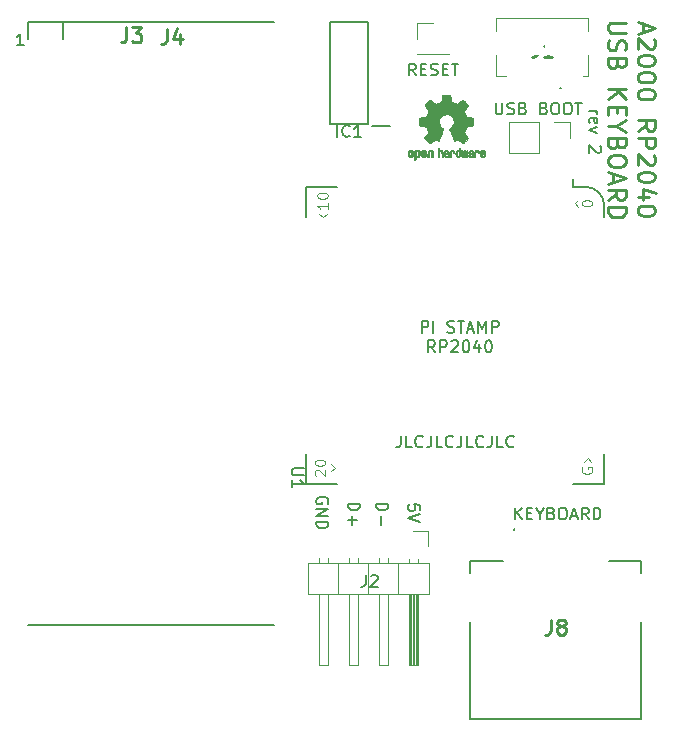
<source format=gto>
G04 #@! TF.GenerationSoftware,KiCad,Pcbnew,(5.1.6)-1*
G04 #@! TF.CreationDate,2024-01-17T07:30:29-05:00*
G04 #@! TF.ProjectId,amiga-2000-usb-kb-stamp,616d6967-612d-4323-9030-302d7573622d,rev?*
G04 #@! TF.SameCoordinates,Original*
G04 #@! TF.FileFunction,Legend,Top*
G04 #@! TF.FilePolarity,Positive*
%FSLAX46Y46*%
G04 Gerber Fmt 4.6, Leading zero omitted, Abs format (unit mm)*
G04 Created by KiCad (PCBNEW (5.1.6)-1) date 2024-01-17 07:30:29*
%MOMM*%
%LPD*%
G01*
G04 APERTURE LIST*
%ADD10C,0.150000*%
%ADD11C,0.250000*%
%ADD12C,0.010000*%
%ADD13C,0.200000*%
%ADD14C,0.100000*%
%ADD15C,0.120000*%
%ADD16C,0.254000*%
%ADD17R,1.625000X0.750000*%
%ADD18R,0.500000X1.500000*%
%ADD19C,1.950000*%
%ADD20R,1.850000X2.000000*%
%ADD21R,1.250000X1.550000*%
%ADD22R,1.900000X1.900000*%
%ADD23C,1.900000*%
%ADD24R,1.800000X1.800000*%
%ADD25R,1.400000X3.100000*%
%ADD26C,3.670000*%
%ADD27O,1.800000X1.800000*%
%ADD28O,1.450000X1.450000*%
%ADD29R,2.900000X1.600000*%
%ADD30R,1.600000X2.900000*%
%ADD31C,1.450000*%
G04 APERTURE END LIST*
D10*
X170775761Y-108783380D02*
X170775761Y-107783380D01*
X171347190Y-108783380D02*
X170918619Y-108211952D01*
X171347190Y-107783380D02*
X170775761Y-108354809D01*
X171775761Y-108259571D02*
X172109095Y-108259571D01*
X172251952Y-108783380D02*
X171775761Y-108783380D01*
X171775761Y-107783380D01*
X172251952Y-107783380D01*
X172871000Y-108307190D02*
X172871000Y-108783380D01*
X172537666Y-107783380D02*
X172871000Y-108307190D01*
X173204333Y-107783380D01*
X173871000Y-108259571D02*
X174013857Y-108307190D01*
X174061476Y-108354809D01*
X174109095Y-108450047D01*
X174109095Y-108592904D01*
X174061476Y-108688142D01*
X174013857Y-108735761D01*
X173918619Y-108783380D01*
X173537666Y-108783380D01*
X173537666Y-107783380D01*
X173871000Y-107783380D01*
X173966238Y-107831000D01*
X174013857Y-107878619D01*
X174061476Y-107973857D01*
X174061476Y-108069095D01*
X174013857Y-108164333D01*
X173966238Y-108211952D01*
X173871000Y-108259571D01*
X173537666Y-108259571D01*
X174728142Y-107783380D02*
X174918619Y-107783380D01*
X175013857Y-107831000D01*
X175109095Y-107926238D01*
X175156714Y-108116714D01*
X175156714Y-108450047D01*
X175109095Y-108640523D01*
X175013857Y-108735761D01*
X174918619Y-108783380D01*
X174728142Y-108783380D01*
X174632904Y-108735761D01*
X174537666Y-108640523D01*
X174490047Y-108450047D01*
X174490047Y-108116714D01*
X174537666Y-107926238D01*
X174632904Y-107831000D01*
X174728142Y-107783380D01*
X175537666Y-108497666D02*
X176013857Y-108497666D01*
X175442428Y-108783380D02*
X175775761Y-107783380D01*
X176109095Y-108783380D01*
X177013857Y-108783380D02*
X176680523Y-108307190D01*
X176442428Y-108783380D02*
X176442428Y-107783380D01*
X176823380Y-107783380D01*
X176918619Y-107831000D01*
X176966238Y-107878619D01*
X177013857Y-107973857D01*
X177013857Y-108116714D01*
X176966238Y-108211952D01*
X176918619Y-108259571D01*
X176823380Y-108307190D01*
X176442428Y-108307190D01*
X177442428Y-108783380D02*
X177442428Y-107783380D01*
X177680523Y-107783380D01*
X177823380Y-107831000D01*
X177918619Y-107926238D01*
X177966238Y-108021476D01*
X178013857Y-108211952D01*
X178013857Y-108354809D01*
X177966238Y-108545285D01*
X177918619Y-108640523D01*
X177823380Y-108735761D01*
X177680523Y-108783380D01*
X177442428Y-108783380D01*
X177093619Y-74207904D02*
X177760285Y-74207904D01*
X177569809Y-74207904D02*
X177665047Y-74255523D01*
X177712666Y-74303142D01*
X177760285Y-74398380D01*
X177760285Y-74493619D01*
X177141238Y-75207904D02*
X177093619Y-75112666D01*
X177093619Y-74922190D01*
X177141238Y-74826952D01*
X177236476Y-74779333D01*
X177617428Y-74779333D01*
X177712666Y-74826952D01*
X177760285Y-74922190D01*
X177760285Y-75112666D01*
X177712666Y-75207904D01*
X177617428Y-75255523D01*
X177522190Y-75255523D01*
X177426952Y-74779333D01*
X177760285Y-75588857D02*
X177093619Y-75826952D01*
X177760285Y-76065047D01*
X177998380Y-77160285D02*
X178046000Y-77207904D01*
X178093619Y-77303142D01*
X178093619Y-77541238D01*
X178046000Y-77636476D01*
X177998380Y-77684095D01*
X177903142Y-77731714D01*
X177807904Y-77731714D01*
X177665047Y-77684095D01*
X177093619Y-77112666D01*
X177093619Y-77731714D01*
X154932000Y-107442095D02*
X154979619Y-107346857D01*
X154979619Y-107204000D01*
X154932000Y-107061142D01*
X154836761Y-106965904D01*
X154741523Y-106918285D01*
X154551047Y-106870666D01*
X154408190Y-106870666D01*
X154217714Y-106918285D01*
X154122476Y-106965904D01*
X154027238Y-107061142D01*
X153979619Y-107204000D01*
X153979619Y-107299238D01*
X154027238Y-107442095D01*
X154074857Y-107489714D01*
X154408190Y-107489714D01*
X154408190Y-107299238D01*
X153979619Y-107918285D02*
X154979619Y-107918285D01*
X153979619Y-108489714D01*
X154979619Y-108489714D01*
X153979619Y-108965904D02*
X154979619Y-108965904D01*
X154979619Y-109204000D01*
X154932000Y-109346857D01*
X154836761Y-109442095D01*
X154741523Y-109489714D01*
X154551047Y-109537333D01*
X154408190Y-109537333D01*
X154217714Y-109489714D01*
X154122476Y-109442095D01*
X154027238Y-109346857D01*
X153979619Y-109204000D01*
X153979619Y-108965904D01*
X156646619Y-107450047D02*
X157646619Y-107450047D01*
X157646619Y-107688142D01*
X157599000Y-107831000D01*
X157503761Y-107926238D01*
X157408523Y-107973857D01*
X157218047Y-108021476D01*
X157075190Y-108021476D01*
X156884714Y-107973857D01*
X156789476Y-107926238D01*
X156694238Y-107831000D01*
X156646619Y-107688142D01*
X156646619Y-107450047D01*
X157027571Y-108450047D02*
X157027571Y-109211952D01*
X156646619Y-108831000D02*
X157408523Y-108831000D01*
X159059619Y-107450047D02*
X160059619Y-107450047D01*
X160059619Y-107688142D01*
X160012000Y-107831000D01*
X159916761Y-107926238D01*
X159821523Y-107973857D01*
X159631047Y-108021476D01*
X159488190Y-108021476D01*
X159297714Y-107973857D01*
X159202476Y-107926238D01*
X159107238Y-107831000D01*
X159059619Y-107688142D01*
X159059619Y-107450047D01*
X159440571Y-108450047D02*
X159440571Y-109211952D01*
X162726619Y-108013523D02*
X162726619Y-107537333D01*
X162250428Y-107489714D01*
X162298047Y-107537333D01*
X162345666Y-107632571D01*
X162345666Y-107870666D01*
X162298047Y-107965904D01*
X162250428Y-108013523D01*
X162155190Y-108061142D01*
X161917095Y-108061142D01*
X161821857Y-108013523D01*
X161774238Y-107965904D01*
X161726619Y-107870666D01*
X161726619Y-107632571D01*
X161774238Y-107537333D01*
X161821857Y-107489714D01*
X162726619Y-108346857D02*
X161726619Y-108680190D01*
X162726619Y-109013523D01*
D11*
X181594000Y-66787142D02*
X181594000Y-67501428D01*
X181165428Y-66644285D02*
X182665428Y-67144285D01*
X181165428Y-67644285D01*
X182522571Y-68072857D02*
X182594000Y-68144285D01*
X182665428Y-68287142D01*
X182665428Y-68644285D01*
X182594000Y-68787142D01*
X182522571Y-68858571D01*
X182379714Y-68930000D01*
X182236857Y-68930000D01*
X182022571Y-68858571D01*
X181165428Y-68001428D01*
X181165428Y-68930000D01*
X182665428Y-69858571D02*
X182665428Y-70001428D01*
X182594000Y-70144285D01*
X182522571Y-70215714D01*
X182379714Y-70287142D01*
X182094000Y-70358571D01*
X181736857Y-70358571D01*
X181451142Y-70287142D01*
X181308285Y-70215714D01*
X181236857Y-70144285D01*
X181165428Y-70001428D01*
X181165428Y-69858571D01*
X181236857Y-69715714D01*
X181308285Y-69644285D01*
X181451142Y-69572857D01*
X181736857Y-69501428D01*
X182094000Y-69501428D01*
X182379714Y-69572857D01*
X182522571Y-69644285D01*
X182594000Y-69715714D01*
X182665428Y-69858571D01*
X182665428Y-71287142D02*
X182665428Y-71430000D01*
X182594000Y-71572857D01*
X182522571Y-71644285D01*
X182379714Y-71715714D01*
X182094000Y-71787142D01*
X181736857Y-71787142D01*
X181451142Y-71715714D01*
X181308285Y-71644285D01*
X181236857Y-71572857D01*
X181165428Y-71430000D01*
X181165428Y-71287142D01*
X181236857Y-71144285D01*
X181308285Y-71072857D01*
X181451142Y-71001428D01*
X181736857Y-70930000D01*
X182094000Y-70930000D01*
X182379714Y-71001428D01*
X182522571Y-71072857D01*
X182594000Y-71144285D01*
X182665428Y-71287142D01*
X182665428Y-72715714D02*
X182665428Y-72858571D01*
X182594000Y-73001428D01*
X182522571Y-73072857D01*
X182379714Y-73144285D01*
X182094000Y-73215714D01*
X181736857Y-73215714D01*
X181451142Y-73144285D01*
X181308285Y-73072857D01*
X181236857Y-73001428D01*
X181165428Y-72858571D01*
X181165428Y-72715714D01*
X181236857Y-72572857D01*
X181308285Y-72501428D01*
X181451142Y-72430000D01*
X181736857Y-72358571D01*
X182094000Y-72358571D01*
X182379714Y-72430000D01*
X182522571Y-72501428D01*
X182594000Y-72572857D01*
X182665428Y-72715714D01*
X181165428Y-75858571D02*
X181879714Y-75358571D01*
X181165428Y-75001428D02*
X182665428Y-75001428D01*
X182665428Y-75572857D01*
X182594000Y-75715714D01*
X182522571Y-75787142D01*
X182379714Y-75858571D01*
X182165428Y-75858571D01*
X182022571Y-75787142D01*
X181951142Y-75715714D01*
X181879714Y-75572857D01*
X181879714Y-75001428D01*
X181165428Y-76501428D02*
X182665428Y-76501428D01*
X182665428Y-77072857D01*
X182594000Y-77215714D01*
X182522571Y-77287142D01*
X182379714Y-77358571D01*
X182165428Y-77358571D01*
X182022571Y-77287142D01*
X181951142Y-77215714D01*
X181879714Y-77072857D01*
X181879714Y-76501428D01*
X182522571Y-77930000D02*
X182594000Y-78001428D01*
X182665428Y-78144285D01*
X182665428Y-78501428D01*
X182594000Y-78644285D01*
X182522571Y-78715714D01*
X182379714Y-78787142D01*
X182236857Y-78787142D01*
X182022571Y-78715714D01*
X181165428Y-77858571D01*
X181165428Y-78787142D01*
X182665428Y-79715714D02*
X182665428Y-79858571D01*
X182594000Y-80001428D01*
X182522571Y-80072857D01*
X182379714Y-80144285D01*
X182094000Y-80215714D01*
X181736857Y-80215714D01*
X181451142Y-80144285D01*
X181308285Y-80072857D01*
X181236857Y-80001428D01*
X181165428Y-79858571D01*
X181165428Y-79715714D01*
X181236857Y-79572857D01*
X181308285Y-79501428D01*
X181451142Y-79430000D01*
X181736857Y-79358571D01*
X182094000Y-79358571D01*
X182379714Y-79430000D01*
X182522571Y-79501428D01*
X182594000Y-79572857D01*
X182665428Y-79715714D01*
X182165428Y-81501428D02*
X181165428Y-81501428D01*
X182736857Y-81144285D02*
X181665428Y-80787142D01*
X181665428Y-81715714D01*
X182665428Y-82572857D02*
X182665428Y-82715714D01*
X182594000Y-82858571D01*
X182522571Y-82930000D01*
X182379714Y-83001428D01*
X182094000Y-83072857D01*
X181736857Y-83072857D01*
X181451142Y-83001428D01*
X181308285Y-82930000D01*
X181236857Y-82858571D01*
X181165428Y-82715714D01*
X181165428Y-82572857D01*
X181236857Y-82430000D01*
X181308285Y-82358571D01*
X181451142Y-82287142D01*
X181736857Y-82215714D01*
X182094000Y-82215714D01*
X182379714Y-82287142D01*
X182522571Y-82358571D01*
X182594000Y-82430000D01*
X182665428Y-82572857D01*
X180165428Y-66715714D02*
X178951142Y-66715714D01*
X178808285Y-66787142D01*
X178736857Y-66858571D01*
X178665428Y-67001428D01*
X178665428Y-67287142D01*
X178736857Y-67430000D01*
X178808285Y-67501428D01*
X178951142Y-67572857D01*
X180165428Y-67572857D01*
X178736857Y-68215714D02*
X178665428Y-68430000D01*
X178665428Y-68787142D01*
X178736857Y-68930000D01*
X178808285Y-69001428D01*
X178951142Y-69072857D01*
X179094000Y-69072857D01*
X179236857Y-69001428D01*
X179308285Y-68930000D01*
X179379714Y-68787142D01*
X179451142Y-68501428D01*
X179522571Y-68358571D01*
X179594000Y-68287142D01*
X179736857Y-68215714D01*
X179879714Y-68215714D01*
X180022571Y-68287142D01*
X180094000Y-68358571D01*
X180165428Y-68501428D01*
X180165428Y-68858571D01*
X180094000Y-69072857D01*
X179451142Y-70215714D02*
X179379714Y-70430000D01*
X179308285Y-70501428D01*
X179165428Y-70572857D01*
X178951142Y-70572857D01*
X178808285Y-70501428D01*
X178736857Y-70430000D01*
X178665428Y-70287142D01*
X178665428Y-69715714D01*
X180165428Y-69715714D01*
X180165428Y-70215714D01*
X180094000Y-70358571D01*
X180022571Y-70430000D01*
X179879714Y-70501428D01*
X179736857Y-70501428D01*
X179594000Y-70430000D01*
X179522571Y-70358571D01*
X179451142Y-70215714D01*
X179451142Y-69715714D01*
X178665428Y-72358571D02*
X180165428Y-72358571D01*
X178665428Y-73215714D02*
X179522571Y-72572857D01*
X180165428Y-73215714D02*
X179308285Y-72358571D01*
X179451142Y-73858571D02*
X179451142Y-74358571D01*
X178665428Y-74572857D02*
X178665428Y-73858571D01*
X180165428Y-73858571D01*
X180165428Y-74572857D01*
X179379714Y-75501428D02*
X178665428Y-75501428D01*
X180165428Y-75001428D02*
X179379714Y-75501428D01*
X180165428Y-76001428D01*
X179451142Y-77001428D02*
X179379714Y-77215714D01*
X179308285Y-77287142D01*
X179165428Y-77358571D01*
X178951142Y-77358571D01*
X178808285Y-77287142D01*
X178736857Y-77215714D01*
X178665428Y-77072857D01*
X178665428Y-76501428D01*
X180165428Y-76501428D01*
X180165428Y-77001428D01*
X180094000Y-77144285D01*
X180022571Y-77215714D01*
X179879714Y-77287142D01*
X179736857Y-77287142D01*
X179594000Y-77215714D01*
X179522571Y-77144285D01*
X179451142Y-77001428D01*
X179451142Y-76501428D01*
X180165428Y-78287142D02*
X180165428Y-78572857D01*
X180094000Y-78715714D01*
X179951142Y-78858571D01*
X179665428Y-78930000D01*
X179165428Y-78930000D01*
X178879714Y-78858571D01*
X178736857Y-78715714D01*
X178665428Y-78572857D01*
X178665428Y-78287142D01*
X178736857Y-78144285D01*
X178879714Y-78001428D01*
X179165428Y-77930000D01*
X179665428Y-77930000D01*
X179951142Y-78001428D01*
X180094000Y-78144285D01*
X180165428Y-78287142D01*
X179094000Y-79501428D02*
X179094000Y-80215714D01*
X178665428Y-79358571D02*
X180165428Y-79858571D01*
X178665428Y-80358571D01*
X178665428Y-81715714D02*
X179379714Y-81215714D01*
X178665428Y-80858571D02*
X180165428Y-80858571D01*
X180165428Y-81430000D01*
X180094000Y-81572857D01*
X180022571Y-81644285D01*
X179879714Y-81715714D01*
X179665428Y-81715714D01*
X179522571Y-81644285D01*
X179451142Y-81572857D01*
X179379714Y-81430000D01*
X179379714Y-80858571D01*
X178665428Y-82358571D02*
X180165428Y-82358571D01*
X180165428Y-82715714D01*
X180094000Y-82930000D01*
X179951142Y-83072857D01*
X179808285Y-83144285D01*
X179522571Y-83215714D01*
X179308285Y-83215714D01*
X179022571Y-83144285D01*
X178879714Y-83072857D01*
X178736857Y-82930000D01*
X178665428Y-82715714D01*
X178665428Y-82358571D01*
D10*
X161115952Y-101687380D02*
X161115952Y-102401666D01*
X161068333Y-102544523D01*
X160973095Y-102639761D01*
X160830238Y-102687380D01*
X160735000Y-102687380D01*
X162068333Y-102687380D02*
X161592142Y-102687380D01*
X161592142Y-101687380D01*
X162973095Y-102592142D02*
X162925476Y-102639761D01*
X162782619Y-102687380D01*
X162687380Y-102687380D01*
X162544523Y-102639761D01*
X162449285Y-102544523D01*
X162401666Y-102449285D01*
X162354047Y-102258809D01*
X162354047Y-102115952D01*
X162401666Y-101925476D01*
X162449285Y-101830238D01*
X162544523Y-101735000D01*
X162687380Y-101687380D01*
X162782619Y-101687380D01*
X162925476Y-101735000D01*
X162973095Y-101782619D01*
X163687380Y-101687380D02*
X163687380Y-102401666D01*
X163639761Y-102544523D01*
X163544523Y-102639761D01*
X163401666Y-102687380D01*
X163306428Y-102687380D01*
X164639761Y-102687380D02*
X164163571Y-102687380D01*
X164163571Y-101687380D01*
X165544523Y-102592142D02*
X165496904Y-102639761D01*
X165354047Y-102687380D01*
X165258809Y-102687380D01*
X165115952Y-102639761D01*
X165020714Y-102544523D01*
X164973095Y-102449285D01*
X164925476Y-102258809D01*
X164925476Y-102115952D01*
X164973095Y-101925476D01*
X165020714Y-101830238D01*
X165115952Y-101735000D01*
X165258809Y-101687380D01*
X165354047Y-101687380D01*
X165496904Y-101735000D01*
X165544523Y-101782619D01*
X166258809Y-101687380D02*
X166258809Y-102401666D01*
X166211190Y-102544523D01*
X166115952Y-102639761D01*
X165973095Y-102687380D01*
X165877857Y-102687380D01*
X167211190Y-102687380D02*
X166735000Y-102687380D01*
X166735000Y-101687380D01*
X168115952Y-102592142D02*
X168068333Y-102639761D01*
X167925476Y-102687380D01*
X167830238Y-102687380D01*
X167687380Y-102639761D01*
X167592142Y-102544523D01*
X167544523Y-102449285D01*
X167496904Y-102258809D01*
X167496904Y-102115952D01*
X167544523Y-101925476D01*
X167592142Y-101830238D01*
X167687380Y-101735000D01*
X167830238Y-101687380D01*
X167925476Y-101687380D01*
X168068333Y-101735000D01*
X168115952Y-101782619D01*
X168830238Y-101687380D02*
X168830238Y-102401666D01*
X168782619Y-102544523D01*
X168687380Y-102639761D01*
X168544523Y-102687380D01*
X168449285Y-102687380D01*
X169782619Y-102687380D02*
X169306428Y-102687380D01*
X169306428Y-101687380D01*
X170687380Y-102592142D02*
X170639761Y-102639761D01*
X170496904Y-102687380D01*
X170401666Y-102687380D01*
X170258809Y-102639761D01*
X170163571Y-102544523D01*
X170115952Y-102449285D01*
X170068333Y-102258809D01*
X170068333Y-102115952D01*
X170115952Y-101925476D01*
X170163571Y-101830238D01*
X170258809Y-101735000D01*
X170401666Y-101687380D01*
X170496904Y-101687380D01*
X170639761Y-101735000D01*
X170687380Y-101782619D01*
X162877904Y-92972380D02*
X162877904Y-91972380D01*
X163258857Y-91972380D01*
X163354095Y-92020000D01*
X163401714Y-92067619D01*
X163449333Y-92162857D01*
X163449333Y-92305714D01*
X163401714Y-92400952D01*
X163354095Y-92448571D01*
X163258857Y-92496190D01*
X162877904Y-92496190D01*
X163877904Y-92972380D02*
X163877904Y-91972380D01*
X165068380Y-92924761D02*
X165211238Y-92972380D01*
X165449333Y-92972380D01*
X165544571Y-92924761D01*
X165592190Y-92877142D01*
X165639809Y-92781904D01*
X165639809Y-92686666D01*
X165592190Y-92591428D01*
X165544571Y-92543809D01*
X165449333Y-92496190D01*
X165258857Y-92448571D01*
X165163619Y-92400952D01*
X165116000Y-92353333D01*
X165068380Y-92258095D01*
X165068380Y-92162857D01*
X165116000Y-92067619D01*
X165163619Y-92020000D01*
X165258857Y-91972380D01*
X165496952Y-91972380D01*
X165639809Y-92020000D01*
X165925523Y-91972380D02*
X166496952Y-91972380D01*
X166211238Y-92972380D02*
X166211238Y-91972380D01*
X166782666Y-92686666D02*
X167258857Y-92686666D01*
X166687428Y-92972380D02*
X167020761Y-91972380D01*
X167354095Y-92972380D01*
X167687428Y-92972380D02*
X167687428Y-91972380D01*
X168020761Y-92686666D01*
X168354095Y-91972380D01*
X168354095Y-92972380D01*
X168830285Y-92972380D02*
X168830285Y-91972380D01*
X169211238Y-91972380D01*
X169306476Y-92020000D01*
X169354095Y-92067619D01*
X169401714Y-92162857D01*
X169401714Y-92305714D01*
X169354095Y-92400952D01*
X169306476Y-92448571D01*
X169211238Y-92496190D01*
X168830285Y-92496190D01*
X164020761Y-94622380D02*
X163687428Y-94146190D01*
X163449333Y-94622380D02*
X163449333Y-93622380D01*
X163830285Y-93622380D01*
X163925523Y-93670000D01*
X163973142Y-93717619D01*
X164020761Y-93812857D01*
X164020761Y-93955714D01*
X163973142Y-94050952D01*
X163925523Y-94098571D01*
X163830285Y-94146190D01*
X163449333Y-94146190D01*
X164449333Y-94622380D02*
X164449333Y-93622380D01*
X164830285Y-93622380D01*
X164925523Y-93670000D01*
X164973142Y-93717619D01*
X165020761Y-93812857D01*
X165020761Y-93955714D01*
X164973142Y-94050952D01*
X164925523Y-94098571D01*
X164830285Y-94146190D01*
X164449333Y-94146190D01*
X165401714Y-93717619D02*
X165449333Y-93670000D01*
X165544571Y-93622380D01*
X165782666Y-93622380D01*
X165877904Y-93670000D01*
X165925523Y-93717619D01*
X165973142Y-93812857D01*
X165973142Y-93908095D01*
X165925523Y-94050952D01*
X165354095Y-94622380D01*
X165973142Y-94622380D01*
X166592190Y-93622380D02*
X166687428Y-93622380D01*
X166782666Y-93670000D01*
X166830285Y-93717619D01*
X166877904Y-93812857D01*
X166925523Y-94003333D01*
X166925523Y-94241428D01*
X166877904Y-94431904D01*
X166830285Y-94527142D01*
X166782666Y-94574761D01*
X166687428Y-94622380D01*
X166592190Y-94622380D01*
X166496952Y-94574761D01*
X166449333Y-94527142D01*
X166401714Y-94431904D01*
X166354095Y-94241428D01*
X166354095Y-94003333D01*
X166401714Y-93812857D01*
X166449333Y-93717619D01*
X166496952Y-93670000D01*
X166592190Y-93622380D01*
X167782666Y-93955714D02*
X167782666Y-94622380D01*
X167544571Y-93574761D02*
X167306476Y-94289047D01*
X167925523Y-94289047D01*
X168496952Y-93622380D02*
X168592190Y-93622380D01*
X168687428Y-93670000D01*
X168735047Y-93717619D01*
X168782666Y-93812857D01*
X168830285Y-94003333D01*
X168830285Y-94241428D01*
X168782666Y-94431904D01*
X168735047Y-94527142D01*
X168687428Y-94574761D01*
X168592190Y-94622380D01*
X168496952Y-94622380D01*
X168401714Y-94574761D01*
X168354095Y-94527142D01*
X168306476Y-94431904D01*
X168258857Y-94241428D01*
X168258857Y-94003333D01*
X168306476Y-93812857D01*
X168354095Y-93717619D01*
X168401714Y-93670000D01*
X168496952Y-93622380D01*
X169148571Y-73493380D02*
X169148571Y-74302904D01*
X169196190Y-74398142D01*
X169243809Y-74445761D01*
X169339047Y-74493380D01*
X169529523Y-74493380D01*
X169624761Y-74445761D01*
X169672380Y-74398142D01*
X169720000Y-74302904D01*
X169720000Y-73493380D01*
X170148571Y-74445761D02*
X170291428Y-74493380D01*
X170529523Y-74493380D01*
X170624761Y-74445761D01*
X170672380Y-74398142D01*
X170720000Y-74302904D01*
X170720000Y-74207666D01*
X170672380Y-74112428D01*
X170624761Y-74064809D01*
X170529523Y-74017190D01*
X170339047Y-73969571D01*
X170243809Y-73921952D01*
X170196190Y-73874333D01*
X170148571Y-73779095D01*
X170148571Y-73683857D01*
X170196190Y-73588619D01*
X170243809Y-73541000D01*
X170339047Y-73493380D01*
X170577142Y-73493380D01*
X170720000Y-73541000D01*
X171481904Y-73969571D02*
X171624761Y-74017190D01*
X171672380Y-74064809D01*
X171720000Y-74160047D01*
X171720000Y-74302904D01*
X171672380Y-74398142D01*
X171624761Y-74445761D01*
X171529523Y-74493380D01*
X171148571Y-74493380D01*
X171148571Y-73493380D01*
X171481904Y-73493380D01*
X171577142Y-73541000D01*
X171624761Y-73588619D01*
X171672380Y-73683857D01*
X171672380Y-73779095D01*
X171624761Y-73874333D01*
X171577142Y-73921952D01*
X171481904Y-73969571D01*
X171148571Y-73969571D01*
X173243809Y-73969571D02*
X173386666Y-74017190D01*
X173434285Y-74064809D01*
X173481904Y-74160047D01*
X173481904Y-74302904D01*
X173434285Y-74398142D01*
X173386666Y-74445761D01*
X173291428Y-74493380D01*
X172910476Y-74493380D01*
X172910476Y-73493380D01*
X173243809Y-73493380D01*
X173339047Y-73541000D01*
X173386666Y-73588619D01*
X173434285Y-73683857D01*
X173434285Y-73779095D01*
X173386666Y-73874333D01*
X173339047Y-73921952D01*
X173243809Y-73969571D01*
X172910476Y-73969571D01*
X174100952Y-73493380D02*
X174291428Y-73493380D01*
X174386666Y-73541000D01*
X174481904Y-73636238D01*
X174529523Y-73826714D01*
X174529523Y-74160047D01*
X174481904Y-74350523D01*
X174386666Y-74445761D01*
X174291428Y-74493380D01*
X174100952Y-74493380D01*
X174005714Y-74445761D01*
X173910476Y-74350523D01*
X173862857Y-74160047D01*
X173862857Y-73826714D01*
X173910476Y-73636238D01*
X174005714Y-73541000D01*
X174100952Y-73493380D01*
X175148571Y-73493380D02*
X175339047Y-73493380D01*
X175434285Y-73541000D01*
X175529523Y-73636238D01*
X175577142Y-73826714D01*
X175577142Y-74160047D01*
X175529523Y-74350523D01*
X175434285Y-74445761D01*
X175339047Y-74493380D01*
X175148571Y-74493380D01*
X175053333Y-74445761D01*
X174958095Y-74350523D01*
X174910476Y-74160047D01*
X174910476Y-73826714D01*
X174958095Y-73636238D01*
X175053333Y-73541000D01*
X175148571Y-73493380D01*
X175862857Y-73493380D02*
X176434285Y-73493380D01*
X176148571Y-74493380D02*
X176148571Y-73493380D01*
X129190714Y-68651380D02*
X128619285Y-68651380D01*
X128905000Y-68651380D02*
X128905000Y-67651380D01*
X128809761Y-67794238D01*
X128714523Y-67889476D01*
X128619285Y-67937095D01*
X162377619Y-71191380D02*
X162044285Y-70715190D01*
X161806190Y-71191380D02*
X161806190Y-70191380D01*
X162187142Y-70191380D01*
X162282380Y-70239000D01*
X162330000Y-70286619D01*
X162377619Y-70381857D01*
X162377619Y-70524714D01*
X162330000Y-70619952D01*
X162282380Y-70667571D01*
X162187142Y-70715190D01*
X161806190Y-70715190D01*
X162806190Y-70667571D02*
X163139523Y-70667571D01*
X163282380Y-71191380D02*
X162806190Y-71191380D01*
X162806190Y-70191380D01*
X163282380Y-70191380D01*
X163663333Y-71143761D02*
X163806190Y-71191380D01*
X164044285Y-71191380D01*
X164139523Y-71143761D01*
X164187142Y-71096142D01*
X164234761Y-71000904D01*
X164234761Y-70905666D01*
X164187142Y-70810428D01*
X164139523Y-70762809D01*
X164044285Y-70715190D01*
X163853809Y-70667571D01*
X163758571Y-70619952D01*
X163710952Y-70572333D01*
X163663333Y-70477095D01*
X163663333Y-70381857D01*
X163710952Y-70286619D01*
X163758571Y-70239000D01*
X163853809Y-70191380D01*
X164091904Y-70191380D01*
X164234761Y-70239000D01*
X164663333Y-70667571D02*
X164996666Y-70667571D01*
X165139523Y-71191380D02*
X164663333Y-71191380D01*
X164663333Y-70191380D01*
X165139523Y-70191380D01*
X165425238Y-70191380D02*
X165996666Y-70191380D01*
X165710952Y-71191380D02*
X165710952Y-70191380D01*
D12*
G36*
X162572744Y-77484918D02*
G01*
X162628201Y-77512568D01*
X162677148Y-77563480D01*
X162690629Y-77582338D01*
X162705314Y-77607015D01*
X162714842Y-77633816D01*
X162720293Y-77669587D01*
X162722747Y-77721169D01*
X162723286Y-77789267D01*
X162720852Y-77882588D01*
X162712394Y-77952657D01*
X162696174Y-78004931D01*
X162670454Y-78044869D01*
X162633497Y-78077929D01*
X162630782Y-78079886D01*
X162594360Y-78099908D01*
X162550502Y-78109815D01*
X162494724Y-78112257D01*
X162404048Y-78112257D01*
X162404010Y-78200283D01*
X162403166Y-78249308D01*
X162398024Y-78278065D01*
X162384587Y-78295311D01*
X162358858Y-78309808D01*
X162352679Y-78312769D01*
X162323764Y-78326648D01*
X162301376Y-78335414D01*
X162284729Y-78336171D01*
X162273036Y-78326023D01*
X162265510Y-78302073D01*
X162261366Y-78261426D01*
X162259815Y-78201186D01*
X162260071Y-78118455D01*
X162261349Y-78010339D01*
X162261748Y-77978000D01*
X162263185Y-77866524D01*
X162264472Y-77793603D01*
X162403971Y-77793603D01*
X162404755Y-77855499D01*
X162408240Y-77895997D01*
X162416124Y-77922708D01*
X162430105Y-77943244D01*
X162439597Y-77953260D01*
X162478404Y-77982567D01*
X162512763Y-77984952D01*
X162548216Y-77960750D01*
X162549114Y-77959857D01*
X162563539Y-77941153D01*
X162572313Y-77915732D01*
X162576739Y-77876584D01*
X162578118Y-77816697D01*
X162578143Y-77803430D01*
X162574812Y-77720901D01*
X162563969Y-77663691D01*
X162544340Y-77628766D01*
X162514650Y-77613094D01*
X162497491Y-77611514D01*
X162456766Y-77618926D01*
X162428832Y-77643330D01*
X162412017Y-77687980D01*
X162404650Y-77756130D01*
X162403971Y-77793603D01*
X162264472Y-77793603D01*
X162264708Y-77780245D01*
X162266677Y-77715333D01*
X162269450Y-77667958D01*
X162273388Y-77634290D01*
X162278849Y-77610498D01*
X162286192Y-77592753D01*
X162295777Y-77577224D01*
X162299887Y-77571381D01*
X162354405Y-77516185D01*
X162423336Y-77484890D01*
X162503072Y-77476165D01*
X162572744Y-77484918D01*
G37*
X162572744Y-77484918D02*
X162628201Y-77512568D01*
X162677148Y-77563480D01*
X162690629Y-77582338D01*
X162705314Y-77607015D01*
X162714842Y-77633816D01*
X162720293Y-77669587D01*
X162722747Y-77721169D01*
X162723286Y-77789267D01*
X162720852Y-77882588D01*
X162712394Y-77952657D01*
X162696174Y-78004931D01*
X162670454Y-78044869D01*
X162633497Y-78077929D01*
X162630782Y-78079886D01*
X162594360Y-78099908D01*
X162550502Y-78109815D01*
X162494724Y-78112257D01*
X162404048Y-78112257D01*
X162404010Y-78200283D01*
X162403166Y-78249308D01*
X162398024Y-78278065D01*
X162384587Y-78295311D01*
X162358858Y-78309808D01*
X162352679Y-78312769D01*
X162323764Y-78326648D01*
X162301376Y-78335414D01*
X162284729Y-78336171D01*
X162273036Y-78326023D01*
X162265510Y-78302073D01*
X162261366Y-78261426D01*
X162259815Y-78201186D01*
X162260071Y-78118455D01*
X162261349Y-78010339D01*
X162261748Y-77978000D01*
X162263185Y-77866524D01*
X162264472Y-77793603D01*
X162403971Y-77793603D01*
X162404755Y-77855499D01*
X162408240Y-77895997D01*
X162416124Y-77922708D01*
X162430105Y-77943244D01*
X162439597Y-77953260D01*
X162478404Y-77982567D01*
X162512763Y-77984952D01*
X162548216Y-77960750D01*
X162549114Y-77959857D01*
X162563539Y-77941153D01*
X162572313Y-77915732D01*
X162576739Y-77876584D01*
X162578118Y-77816697D01*
X162578143Y-77803430D01*
X162574812Y-77720901D01*
X162563969Y-77663691D01*
X162544340Y-77628766D01*
X162514650Y-77613094D01*
X162497491Y-77611514D01*
X162456766Y-77618926D01*
X162428832Y-77643330D01*
X162412017Y-77687980D01*
X162404650Y-77756130D01*
X162403971Y-77793603D01*
X162264472Y-77793603D01*
X162264708Y-77780245D01*
X162266677Y-77715333D01*
X162269450Y-77667958D01*
X162273388Y-77634290D01*
X162278849Y-77610498D01*
X162286192Y-77592753D01*
X162295777Y-77577224D01*
X162299887Y-77571381D01*
X162354405Y-77516185D01*
X162423336Y-77484890D01*
X162503072Y-77476165D01*
X162572744Y-77484918D01*
G36*
X163689093Y-77492780D02*
G01*
X163735672Y-77519723D01*
X163768057Y-77546466D01*
X163791742Y-77574484D01*
X163808059Y-77608748D01*
X163818339Y-77654227D01*
X163823914Y-77715892D01*
X163826116Y-77798711D01*
X163826371Y-77858246D01*
X163826371Y-78077391D01*
X163764686Y-78105044D01*
X163703000Y-78132697D01*
X163695743Y-77892670D01*
X163692744Y-77803028D01*
X163689598Y-77737962D01*
X163685701Y-77693026D01*
X163680447Y-77663770D01*
X163673231Y-77645748D01*
X163663450Y-77634511D01*
X163660312Y-77632079D01*
X163612761Y-77613083D01*
X163564697Y-77620600D01*
X163536086Y-77640543D01*
X163524447Y-77654675D01*
X163516391Y-77673220D01*
X163511271Y-77701334D01*
X163508441Y-77744173D01*
X163507256Y-77806895D01*
X163507057Y-77872261D01*
X163507018Y-77954268D01*
X163505614Y-78012316D01*
X163500914Y-78051465D01*
X163490987Y-78076780D01*
X163473903Y-78093323D01*
X163447732Y-78106156D01*
X163412775Y-78119491D01*
X163374596Y-78134007D01*
X163379141Y-77876389D01*
X163380971Y-77783519D01*
X163383112Y-77714889D01*
X163386181Y-77665711D01*
X163390794Y-77631198D01*
X163397568Y-77606562D01*
X163407119Y-77587016D01*
X163418634Y-77569770D01*
X163474190Y-77514680D01*
X163541980Y-77482822D01*
X163615713Y-77475191D01*
X163689093Y-77492780D01*
G37*
X163689093Y-77492780D02*
X163735672Y-77519723D01*
X163768057Y-77546466D01*
X163791742Y-77574484D01*
X163808059Y-77608748D01*
X163818339Y-77654227D01*
X163823914Y-77715892D01*
X163826116Y-77798711D01*
X163826371Y-77858246D01*
X163826371Y-78077391D01*
X163764686Y-78105044D01*
X163703000Y-78132697D01*
X163695743Y-77892670D01*
X163692744Y-77803028D01*
X163689598Y-77737962D01*
X163685701Y-77693026D01*
X163680447Y-77663770D01*
X163673231Y-77645748D01*
X163663450Y-77634511D01*
X163660312Y-77632079D01*
X163612761Y-77613083D01*
X163564697Y-77620600D01*
X163536086Y-77640543D01*
X163524447Y-77654675D01*
X163516391Y-77673220D01*
X163511271Y-77701334D01*
X163508441Y-77744173D01*
X163507256Y-77806895D01*
X163507057Y-77872261D01*
X163507018Y-77954268D01*
X163505614Y-78012316D01*
X163500914Y-78051465D01*
X163490987Y-78076780D01*
X163473903Y-78093323D01*
X163447732Y-78106156D01*
X163412775Y-78119491D01*
X163374596Y-78134007D01*
X163379141Y-77876389D01*
X163380971Y-77783519D01*
X163383112Y-77714889D01*
X163386181Y-77665711D01*
X163390794Y-77631198D01*
X163397568Y-77606562D01*
X163407119Y-77587016D01*
X163418634Y-77569770D01*
X163474190Y-77514680D01*
X163541980Y-77482822D01*
X163615713Y-77475191D01*
X163689093Y-77492780D01*
G36*
X162014115Y-77486962D02*
G01*
X162082145Y-77522733D01*
X162132351Y-77580301D01*
X162150185Y-77617312D01*
X162164063Y-77672882D01*
X162171167Y-77743096D01*
X162171840Y-77819727D01*
X162166427Y-77894552D01*
X162155270Y-77959342D01*
X162138714Y-78005873D01*
X162133626Y-78013887D01*
X162073355Y-78073707D01*
X162001769Y-78109535D01*
X161924092Y-78120020D01*
X161845548Y-78103810D01*
X161823689Y-78094092D01*
X161781122Y-78064143D01*
X161743763Y-78024433D01*
X161740232Y-78019397D01*
X161725881Y-77995124D01*
X161716394Y-77969178D01*
X161710790Y-77935022D01*
X161708086Y-77886119D01*
X161707299Y-77815935D01*
X161707286Y-77800200D01*
X161707322Y-77795192D01*
X161852429Y-77795192D01*
X161853273Y-77861430D01*
X161856596Y-77905386D01*
X161863583Y-77933779D01*
X161875416Y-77953325D01*
X161881457Y-77959857D01*
X161916186Y-77984680D01*
X161949903Y-77983548D01*
X161983995Y-77962016D01*
X162004329Y-77939029D01*
X162016371Y-77905478D01*
X162023134Y-77852569D01*
X162023598Y-77846399D01*
X162024752Y-77750513D01*
X162012688Y-77679299D01*
X161987570Y-77633194D01*
X161949560Y-77612635D01*
X161935992Y-77611514D01*
X161900364Y-77617152D01*
X161875994Y-77636686D01*
X161861093Y-77674042D01*
X161853875Y-77733150D01*
X161852429Y-77795192D01*
X161707322Y-77795192D01*
X161707826Y-77725413D01*
X161710096Y-77673159D01*
X161715068Y-77636949D01*
X161723713Y-77610299D01*
X161737005Y-77586722D01*
X161739943Y-77582338D01*
X161789313Y-77523249D01*
X161843109Y-77488947D01*
X161908602Y-77475331D01*
X161930842Y-77474665D01*
X162014115Y-77486962D01*
G37*
X162014115Y-77486962D02*
X162082145Y-77522733D01*
X162132351Y-77580301D01*
X162150185Y-77617312D01*
X162164063Y-77672882D01*
X162171167Y-77743096D01*
X162171840Y-77819727D01*
X162166427Y-77894552D01*
X162155270Y-77959342D01*
X162138714Y-78005873D01*
X162133626Y-78013887D01*
X162073355Y-78073707D01*
X162001769Y-78109535D01*
X161924092Y-78120020D01*
X161845548Y-78103810D01*
X161823689Y-78094092D01*
X161781122Y-78064143D01*
X161743763Y-78024433D01*
X161740232Y-78019397D01*
X161725881Y-77995124D01*
X161716394Y-77969178D01*
X161710790Y-77935022D01*
X161708086Y-77886119D01*
X161707299Y-77815935D01*
X161707286Y-77800200D01*
X161707322Y-77795192D01*
X161852429Y-77795192D01*
X161853273Y-77861430D01*
X161856596Y-77905386D01*
X161863583Y-77933779D01*
X161875416Y-77953325D01*
X161881457Y-77959857D01*
X161916186Y-77984680D01*
X161949903Y-77983548D01*
X161983995Y-77962016D01*
X162004329Y-77939029D01*
X162016371Y-77905478D01*
X162023134Y-77852569D01*
X162023598Y-77846399D01*
X162024752Y-77750513D01*
X162012688Y-77679299D01*
X161987570Y-77633194D01*
X161949560Y-77612635D01*
X161935992Y-77611514D01*
X161900364Y-77617152D01*
X161875994Y-77636686D01*
X161861093Y-77674042D01*
X161853875Y-77733150D01*
X161852429Y-77795192D01*
X161707322Y-77795192D01*
X161707826Y-77725413D01*
X161710096Y-77673159D01*
X161715068Y-77636949D01*
X161723713Y-77610299D01*
X161737005Y-77586722D01*
X161739943Y-77582338D01*
X161789313Y-77523249D01*
X161843109Y-77488947D01*
X161908602Y-77475331D01*
X161930842Y-77474665D01*
X162014115Y-77486962D01*
G36*
X163141303Y-77496239D02*
G01*
X163198527Y-77534735D01*
X163242749Y-77590335D01*
X163269167Y-77661086D01*
X163274510Y-77713162D01*
X163273903Y-77734893D01*
X163268822Y-77751531D01*
X163254855Y-77766437D01*
X163227589Y-77782973D01*
X163182612Y-77804498D01*
X163115511Y-77834374D01*
X163115171Y-77834524D01*
X163053407Y-77862813D01*
X163002759Y-77887933D01*
X162968404Y-77907179D01*
X162955518Y-77917848D01*
X162955514Y-77917934D01*
X162966872Y-77941166D01*
X162993431Y-77966774D01*
X163023923Y-77985221D01*
X163039370Y-77988886D01*
X163081515Y-77976212D01*
X163117808Y-77944471D01*
X163135517Y-77909572D01*
X163152552Y-77883845D01*
X163185922Y-77854546D01*
X163225149Y-77829235D01*
X163259756Y-77815471D01*
X163266993Y-77814714D01*
X163275139Y-77827160D01*
X163275630Y-77858972D01*
X163269643Y-77901866D01*
X163258357Y-77947558D01*
X163242950Y-77987761D01*
X163242171Y-77989322D01*
X163195804Y-78054062D01*
X163135711Y-78098097D01*
X163067465Y-78119711D01*
X162996638Y-78117185D01*
X162928804Y-78088804D01*
X162925788Y-78086808D01*
X162872427Y-78038448D01*
X162837340Y-77975352D01*
X162817922Y-77892387D01*
X162815316Y-77869078D01*
X162810701Y-77759055D01*
X162816233Y-77707748D01*
X162955514Y-77707748D01*
X162957324Y-77739753D01*
X162967222Y-77749093D01*
X162991898Y-77742105D01*
X163030795Y-77725587D01*
X163074275Y-77704881D01*
X163075356Y-77704333D01*
X163112209Y-77684949D01*
X163127000Y-77672013D01*
X163123353Y-77658451D01*
X163107995Y-77640632D01*
X163068923Y-77614845D01*
X163026846Y-77612950D01*
X162989103Y-77631717D01*
X162963034Y-77667915D01*
X162955514Y-77707748D01*
X162816233Y-77707748D01*
X162820194Y-77671027D01*
X162844550Y-77601212D01*
X162878456Y-77552302D01*
X162939653Y-77502878D01*
X163007063Y-77478359D01*
X163075880Y-77476797D01*
X163141303Y-77496239D01*
G37*
X163141303Y-77496239D02*
X163198527Y-77534735D01*
X163242749Y-77590335D01*
X163269167Y-77661086D01*
X163274510Y-77713162D01*
X163273903Y-77734893D01*
X163268822Y-77751531D01*
X163254855Y-77766437D01*
X163227589Y-77782973D01*
X163182612Y-77804498D01*
X163115511Y-77834374D01*
X163115171Y-77834524D01*
X163053407Y-77862813D01*
X163002759Y-77887933D01*
X162968404Y-77907179D01*
X162955518Y-77917848D01*
X162955514Y-77917934D01*
X162966872Y-77941166D01*
X162993431Y-77966774D01*
X163023923Y-77985221D01*
X163039370Y-77988886D01*
X163081515Y-77976212D01*
X163117808Y-77944471D01*
X163135517Y-77909572D01*
X163152552Y-77883845D01*
X163185922Y-77854546D01*
X163225149Y-77829235D01*
X163259756Y-77815471D01*
X163266993Y-77814714D01*
X163275139Y-77827160D01*
X163275630Y-77858972D01*
X163269643Y-77901866D01*
X163258357Y-77947558D01*
X163242950Y-77987761D01*
X163242171Y-77989322D01*
X163195804Y-78054062D01*
X163135711Y-78098097D01*
X163067465Y-78119711D01*
X162996638Y-78117185D01*
X162928804Y-78088804D01*
X162925788Y-78086808D01*
X162872427Y-78038448D01*
X162837340Y-77975352D01*
X162817922Y-77892387D01*
X162815316Y-77869078D01*
X162810701Y-77759055D01*
X162816233Y-77707748D01*
X162955514Y-77707748D01*
X162957324Y-77739753D01*
X162967222Y-77749093D01*
X162991898Y-77742105D01*
X163030795Y-77725587D01*
X163074275Y-77704881D01*
X163075356Y-77704333D01*
X163112209Y-77684949D01*
X163127000Y-77672013D01*
X163123353Y-77658451D01*
X163107995Y-77640632D01*
X163068923Y-77614845D01*
X163026846Y-77612950D01*
X162989103Y-77631717D01*
X162963034Y-77667915D01*
X162955514Y-77707748D01*
X162816233Y-77707748D01*
X162820194Y-77671027D01*
X162844550Y-77601212D01*
X162878456Y-77552302D01*
X162939653Y-77502878D01*
X163007063Y-77478359D01*
X163075880Y-77476797D01*
X163141303Y-77496239D01*
G36*
X164348886Y-77416289D02*
G01*
X164353139Y-77475613D01*
X164358025Y-77510572D01*
X164364795Y-77525820D01*
X164374702Y-77526015D01*
X164377914Y-77524195D01*
X164420644Y-77511015D01*
X164476227Y-77511785D01*
X164532737Y-77525333D01*
X164568082Y-77542861D01*
X164604321Y-77570861D01*
X164630813Y-77602549D01*
X164648999Y-77642813D01*
X164660322Y-77696543D01*
X164666222Y-77768626D01*
X164668143Y-77863951D01*
X164668177Y-77882237D01*
X164668200Y-78087646D01*
X164622491Y-78103580D01*
X164590027Y-78114420D01*
X164572215Y-78119468D01*
X164571691Y-78119514D01*
X164569937Y-78105828D01*
X164568444Y-78068076D01*
X164567326Y-78011224D01*
X164566697Y-77940234D01*
X164566600Y-77897073D01*
X164566398Y-77811973D01*
X164565358Y-77750981D01*
X164562831Y-77709177D01*
X164558164Y-77681642D01*
X164550707Y-77663456D01*
X164539811Y-77649698D01*
X164533007Y-77643073D01*
X164486272Y-77616375D01*
X164435272Y-77614375D01*
X164389001Y-77636955D01*
X164380444Y-77645107D01*
X164367893Y-77660436D01*
X164359188Y-77678618D01*
X164353631Y-77704909D01*
X164350526Y-77744562D01*
X164349176Y-77802832D01*
X164348886Y-77883173D01*
X164348886Y-78087646D01*
X164303177Y-78103580D01*
X164270713Y-78114420D01*
X164252901Y-78119468D01*
X164252377Y-78119514D01*
X164251037Y-78105623D01*
X164249828Y-78066439D01*
X164248801Y-78005700D01*
X164248002Y-77927141D01*
X164247481Y-77834498D01*
X164247286Y-77731509D01*
X164247286Y-77334342D01*
X164294457Y-77314444D01*
X164341629Y-77294547D01*
X164348886Y-77416289D01*
G37*
X164348886Y-77416289D02*
X164353139Y-77475613D01*
X164358025Y-77510572D01*
X164364795Y-77525820D01*
X164374702Y-77526015D01*
X164377914Y-77524195D01*
X164420644Y-77511015D01*
X164476227Y-77511785D01*
X164532737Y-77525333D01*
X164568082Y-77542861D01*
X164604321Y-77570861D01*
X164630813Y-77602549D01*
X164648999Y-77642813D01*
X164660322Y-77696543D01*
X164666222Y-77768626D01*
X164668143Y-77863951D01*
X164668177Y-77882237D01*
X164668200Y-78087646D01*
X164622491Y-78103580D01*
X164590027Y-78114420D01*
X164572215Y-78119468D01*
X164571691Y-78119514D01*
X164569937Y-78105828D01*
X164568444Y-78068076D01*
X164567326Y-78011224D01*
X164566697Y-77940234D01*
X164566600Y-77897073D01*
X164566398Y-77811973D01*
X164565358Y-77750981D01*
X164562831Y-77709177D01*
X164558164Y-77681642D01*
X164550707Y-77663456D01*
X164539811Y-77649698D01*
X164533007Y-77643073D01*
X164486272Y-77616375D01*
X164435272Y-77614375D01*
X164389001Y-77636955D01*
X164380444Y-77645107D01*
X164367893Y-77660436D01*
X164359188Y-77678618D01*
X164353631Y-77704909D01*
X164350526Y-77744562D01*
X164349176Y-77802832D01*
X164348886Y-77883173D01*
X164348886Y-78087646D01*
X164303177Y-78103580D01*
X164270713Y-78114420D01*
X164252901Y-78119468D01*
X164252377Y-78119514D01*
X164251037Y-78105623D01*
X164249828Y-78066439D01*
X164248801Y-78005700D01*
X164248002Y-77927141D01*
X164247481Y-77834498D01*
X164247286Y-77731509D01*
X164247286Y-77334342D01*
X164294457Y-77314444D01*
X164341629Y-77294547D01*
X164348886Y-77416289D01*
G36*
X165012744Y-77515968D02*
G01*
X165069616Y-77537087D01*
X165070267Y-77537493D01*
X165105440Y-77563380D01*
X165131407Y-77593633D01*
X165149670Y-77633058D01*
X165161732Y-77686462D01*
X165169096Y-77758651D01*
X165173264Y-77854432D01*
X165173629Y-77868078D01*
X165178876Y-78073842D01*
X165134716Y-78096678D01*
X165102763Y-78112110D01*
X165083470Y-78119423D01*
X165082578Y-78119514D01*
X165079239Y-78106022D01*
X165076587Y-78069626D01*
X165074956Y-78016452D01*
X165074600Y-77973393D01*
X165074592Y-77903641D01*
X165071403Y-77859837D01*
X165060288Y-77838944D01*
X165036501Y-77837925D01*
X164995296Y-77853741D01*
X164933086Y-77882815D01*
X164887341Y-77906963D01*
X164863813Y-77927913D01*
X164856896Y-77950747D01*
X164856886Y-77951877D01*
X164868299Y-77991212D01*
X164902092Y-78012462D01*
X164953809Y-78015539D01*
X164991061Y-78015006D01*
X165010703Y-78025735D01*
X165022952Y-78051505D01*
X165030002Y-78084337D01*
X165019842Y-78102966D01*
X165016017Y-78105632D01*
X164980001Y-78116340D01*
X164929566Y-78117856D01*
X164877626Y-78110759D01*
X164840822Y-78097788D01*
X164789938Y-78054585D01*
X164761014Y-77994446D01*
X164755286Y-77947462D01*
X164759657Y-77905082D01*
X164775475Y-77870488D01*
X164806797Y-77839763D01*
X164857678Y-77808990D01*
X164932176Y-77774252D01*
X164936714Y-77772288D01*
X165003821Y-77741287D01*
X165045232Y-77715862D01*
X165062981Y-77693014D01*
X165059107Y-77669745D01*
X165035643Y-77643056D01*
X165028627Y-77636914D01*
X164981630Y-77613100D01*
X164932933Y-77614103D01*
X164890522Y-77637451D01*
X164862384Y-77680675D01*
X164859769Y-77689160D01*
X164834308Y-77730308D01*
X164802001Y-77750128D01*
X164755286Y-77769770D01*
X164755286Y-77718950D01*
X164769496Y-77645082D01*
X164811675Y-77577327D01*
X164833624Y-77554661D01*
X164883517Y-77525569D01*
X164946967Y-77512400D01*
X165012744Y-77515968D01*
G37*
X165012744Y-77515968D02*
X165069616Y-77537087D01*
X165070267Y-77537493D01*
X165105440Y-77563380D01*
X165131407Y-77593633D01*
X165149670Y-77633058D01*
X165161732Y-77686462D01*
X165169096Y-77758651D01*
X165173264Y-77854432D01*
X165173629Y-77868078D01*
X165178876Y-78073842D01*
X165134716Y-78096678D01*
X165102763Y-78112110D01*
X165083470Y-78119423D01*
X165082578Y-78119514D01*
X165079239Y-78106022D01*
X165076587Y-78069626D01*
X165074956Y-78016452D01*
X165074600Y-77973393D01*
X165074592Y-77903641D01*
X165071403Y-77859837D01*
X165060288Y-77838944D01*
X165036501Y-77837925D01*
X164995296Y-77853741D01*
X164933086Y-77882815D01*
X164887341Y-77906963D01*
X164863813Y-77927913D01*
X164856896Y-77950747D01*
X164856886Y-77951877D01*
X164868299Y-77991212D01*
X164902092Y-78012462D01*
X164953809Y-78015539D01*
X164991061Y-78015006D01*
X165010703Y-78025735D01*
X165022952Y-78051505D01*
X165030002Y-78084337D01*
X165019842Y-78102966D01*
X165016017Y-78105632D01*
X164980001Y-78116340D01*
X164929566Y-78117856D01*
X164877626Y-78110759D01*
X164840822Y-78097788D01*
X164789938Y-78054585D01*
X164761014Y-77994446D01*
X164755286Y-77947462D01*
X164759657Y-77905082D01*
X164775475Y-77870488D01*
X164806797Y-77839763D01*
X164857678Y-77808990D01*
X164932176Y-77774252D01*
X164936714Y-77772288D01*
X165003821Y-77741287D01*
X165045232Y-77715862D01*
X165062981Y-77693014D01*
X165059107Y-77669745D01*
X165035643Y-77643056D01*
X165028627Y-77636914D01*
X164981630Y-77613100D01*
X164932933Y-77614103D01*
X164890522Y-77637451D01*
X164862384Y-77680675D01*
X164859769Y-77689160D01*
X164834308Y-77730308D01*
X164802001Y-77750128D01*
X164755286Y-77769770D01*
X164755286Y-77718950D01*
X164769496Y-77645082D01*
X164811675Y-77577327D01*
X164833624Y-77554661D01*
X164883517Y-77525569D01*
X164946967Y-77512400D01*
X165012744Y-77515968D01*
G36*
X165502926Y-77514755D02*
G01*
X165568858Y-77539084D01*
X165622273Y-77582117D01*
X165643164Y-77612409D01*
X165665939Y-77667994D01*
X165665466Y-77708186D01*
X165641562Y-77735217D01*
X165632717Y-77739813D01*
X165594530Y-77754144D01*
X165575028Y-77750472D01*
X165568422Y-77726407D01*
X165568086Y-77713114D01*
X165555992Y-77664210D01*
X165524471Y-77629999D01*
X165480659Y-77613476D01*
X165431695Y-77617634D01*
X165391894Y-77639227D01*
X165378450Y-77651544D01*
X165368921Y-77666487D01*
X165362485Y-77689075D01*
X165358317Y-77724328D01*
X165355597Y-77777266D01*
X165353502Y-77852907D01*
X165352960Y-77876857D01*
X165350981Y-77958790D01*
X165348731Y-78016455D01*
X165345357Y-78054608D01*
X165340006Y-78078004D01*
X165331824Y-78091398D01*
X165319959Y-78099545D01*
X165312362Y-78103144D01*
X165280102Y-78115452D01*
X165261111Y-78119514D01*
X165254836Y-78105948D01*
X165251006Y-78064934D01*
X165249600Y-77995999D01*
X165250598Y-77898669D01*
X165250908Y-77883657D01*
X165253101Y-77794859D01*
X165255693Y-77730019D01*
X165259382Y-77684067D01*
X165264864Y-77651935D01*
X165272835Y-77628553D01*
X165283993Y-77608852D01*
X165289830Y-77600410D01*
X165323296Y-77563057D01*
X165360727Y-77534003D01*
X165365309Y-77531467D01*
X165432426Y-77511443D01*
X165502926Y-77514755D01*
G37*
X165502926Y-77514755D02*
X165568858Y-77539084D01*
X165622273Y-77582117D01*
X165643164Y-77612409D01*
X165665939Y-77667994D01*
X165665466Y-77708186D01*
X165641562Y-77735217D01*
X165632717Y-77739813D01*
X165594530Y-77754144D01*
X165575028Y-77750472D01*
X165568422Y-77726407D01*
X165568086Y-77713114D01*
X165555992Y-77664210D01*
X165524471Y-77629999D01*
X165480659Y-77613476D01*
X165431695Y-77617634D01*
X165391894Y-77639227D01*
X165378450Y-77651544D01*
X165368921Y-77666487D01*
X165362485Y-77689075D01*
X165358317Y-77724328D01*
X165355597Y-77777266D01*
X165353502Y-77852907D01*
X165352960Y-77876857D01*
X165350981Y-77958790D01*
X165348731Y-78016455D01*
X165345357Y-78054608D01*
X165340006Y-78078004D01*
X165331824Y-78091398D01*
X165319959Y-78099545D01*
X165312362Y-78103144D01*
X165280102Y-78115452D01*
X165261111Y-78119514D01*
X165254836Y-78105948D01*
X165251006Y-78064934D01*
X165249600Y-77995999D01*
X165250598Y-77898669D01*
X165250908Y-77883657D01*
X165253101Y-77794859D01*
X165255693Y-77730019D01*
X165259382Y-77684067D01*
X165264864Y-77651935D01*
X165272835Y-77628553D01*
X165283993Y-77608852D01*
X165289830Y-77600410D01*
X165323296Y-77563057D01*
X165360727Y-77534003D01*
X165365309Y-77531467D01*
X165432426Y-77511443D01*
X165502926Y-77514755D01*
G36*
X166163117Y-77630358D02*
G01*
X166162933Y-77738837D01*
X166162219Y-77822287D01*
X166160675Y-77884704D01*
X166158001Y-77930085D01*
X166153894Y-77962429D01*
X166148055Y-77985733D01*
X166140182Y-78003995D01*
X166134221Y-78014418D01*
X166084855Y-78070945D01*
X166022264Y-78106377D01*
X165953013Y-78119090D01*
X165883668Y-78107463D01*
X165842375Y-78086568D01*
X165799025Y-78050422D01*
X165769481Y-78006276D01*
X165751655Y-77948462D01*
X165743463Y-77871313D01*
X165742302Y-77814714D01*
X165742458Y-77810647D01*
X165843857Y-77810647D01*
X165844476Y-77875550D01*
X165847314Y-77918514D01*
X165853840Y-77946622D01*
X165865523Y-77966953D01*
X165879483Y-77982288D01*
X165926365Y-78011890D01*
X165976701Y-78014419D01*
X166024276Y-77989705D01*
X166027979Y-77986356D01*
X166043783Y-77968935D01*
X166053693Y-77948209D01*
X166059058Y-77917362D01*
X166061228Y-77869577D01*
X166061571Y-77816748D01*
X166060827Y-77750381D01*
X166057748Y-77706106D01*
X166051061Y-77677009D01*
X166039496Y-77656173D01*
X166030013Y-77645107D01*
X165985960Y-77617198D01*
X165935224Y-77613843D01*
X165886796Y-77635159D01*
X165877450Y-77643073D01*
X165861540Y-77660647D01*
X165851610Y-77681587D01*
X165846278Y-77712782D01*
X165844163Y-77761122D01*
X165843857Y-77810647D01*
X165742458Y-77810647D01*
X165745810Y-77723568D01*
X165757726Y-77655086D01*
X165780135Y-77603600D01*
X165815124Y-77563443D01*
X165842375Y-77542861D01*
X165891907Y-77520625D01*
X165949316Y-77510304D01*
X166002682Y-77513067D01*
X166032543Y-77524212D01*
X166044261Y-77527383D01*
X166052037Y-77515557D01*
X166057465Y-77483866D01*
X166061571Y-77435593D01*
X166066067Y-77381829D01*
X166072313Y-77349482D01*
X166083676Y-77330985D01*
X166103528Y-77318770D01*
X166116000Y-77313362D01*
X166163171Y-77293601D01*
X166163117Y-77630358D01*
G37*
X166163117Y-77630358D02*
X166162933Y-77738837D01*
X166162219Y-77822287D01*
X166160675Y-77884704D01*
X166158001Y-77930085D01*
X166153894Y-77962429D01*
X166148055Y-77985733D01*
X166140182Y-78003995D01*
X166134221Y-78014418D01*
X166084855Y-78070945D01*
X166022264Y-78106377D01*
X165953013Y-78119090D01*
X165883668Y-78107463D01*
X165842375Y-78086568D01*
X165799025Y-78050422D01*
X165769481Y-78006276D01*
X165751655Y-77948462D01*
X165743463Y-77871313D01*
X165742302Y-77814714D01*
X165742458Y-77810647D01*
X165843857Y-77810647D01*
X165844476Y-77875550D01*
X165847314Y-77918514D01*
X165853840Y-77946622D01*
X165865523Y-77966953D01*
X165879483Y-77982288D01*
X165926365Y-78011890D01*
X165976701Y-78014419D01*
X166024276Y-77989705D01*
X166027979Y-77986356D01*
X166043783Y-77968935D01*
X166053693Y-77948209D01*
X166059058Y-77917362D01*
X166061228Y-77869577D01*
X166061571Y-77816748D01*
X166060827Y-77750381D01*
X166057748Y-77706106D01*
X166051061Y-77677009D01*
X166039496Y-77656173D01*
X166030013Y-77645107D01*
X165985960Y-77617198D01*
X165935224Y-77613843D01*
X165886796Y-77635159D01*
X165877450Y-77643073D01*
X165861540Y-77660647D01*
X165851610Y-77681587D01*
X165846278Y-77712782D01*
X165844163Y-77761122D01*
X165843857Y-77810647D01*
X165742458Y-77810647D01*
X165745810Y-77723568D01*
X165757726Y-77655086D01*
X165780135Y-77603600D01*
X165815124Y-77563443D01*
X165842375Y-77542861D01*
X165891907Y-77520625D01*
X165949316Y-77510304D01*
X166002682Y-77513067D01*
X166032543Y-77524212D01*
X166044261Y-77527383D01*
X166052037Y-77515557D01*
X166057465Y-77483866D01*
X166061571Y-77435593D01*
X166066067Y-77381829D01*
X166072313Y-77349482D01*
X166083676Y-77330985D01*
X166103528Y-77318770D01*
X166116000Y-77313362D01*
X166163171Y-77293601D01*
X166163117Y-77630358D01*
G36*
X166752833Y-77523663D02*
G01*
X166755048Y-77561850D01*
X166756784Y-77619886D01*
X166757899Y-77693180D01*
X166758257Y-77770055D01*
X166758257Y-78030196D01*
X166712326Y-78076127D01*
X166680675Y-78104429D01*
X166652890Y-78115893D01*
X166614915Y-78115168D01*
X166599840Y-78113321D01*
X166552726Y-78107948D01*
X166513756Y-78104869D01*
X166504257Y-78104585D01*
X166472233Y-78106445D01*
X166426432Y-78111114D01*
X166408674Y-78113321D01*
X166365057Y-78116735D01*
X166335745Y-78109320D01*
X166306680Y-78086427D01*
X166296188Y-78076127D01*
X166250257Y-78030196D01*
X166250257Y-77543602D01*
X166287226Y-77526758D01*
X166319059Y-77514282D01*
X166337683Y-77509914D01*
X166342458Y-77523718D01*
X166346921Y-77562286D01*
X166350775Y-77621356D01*
X166353722Y-77696663D01*
X166355143Y-77760286D01*
X166359114Y-78010657D01*
X166393759Y-78015556D01*
X166425268Y-78012131D01*
X166440708Y-78001041D01*
X166445023Y-77980308D01*
X166448708Y-77936145D01*
X166451469Y-77874146D01*
X166453012Y-77799909D01*
X166453235Y-77761706D01*
X166453457Y-77541783D01*
X166499166Y-77525849D01*
X166531518Y-77515015D01*
X166549115Y-77509962D01*
X166549623Y-77509914D01*
X166551388Y-77523648D01*
X166553329Y-77561730D01*
X166555282Y-77619482D01*
X166557084Y-77692227D01*
X166558343Y-77760286D01*
X166562314Y-78010657D01*
X166649400Y-78010657D01*
X166653396Y-77782240D01*
X166657392Y-77553822D01*
X166699847Y-77531868D01*
X166731192Y-77516793D01*
X166749744Y-77509951D01*
X166750279Y-77509914D01*
X166752833Y-77523663D01*
G37*
X166752833Y-77523663D02*
X166755048Y-77561850D01*
X166756784Y-77619886D01*
X166757899Y-77693180D01*
X166758257Y-77770055D01*
X166758257Y-78030196D01*
X166712326Y-78076127D01*
X166680675Y-78104429D01*
X166652890Y-78115893D01*
X166614915Y-78115168D01*
X166599840Y-78113321D01*
X166552726Y-78107948D01*
X166513756Y-78104869D01*
X166504257Y-78104585D01*
X166472233Y-78106445D01*
X166426432Y-78111114D01*
X166408674Y-78113321D01*
X166365057Y-78116735D01*
X166335745Y-78109320D01*
X166306680Y-78086427D01*
X166296188Y-78076127D01*
X166250257Y-78030196D01*
X166250257Y-77543602D01*
X166287226Y-77526758D01*
X166319059Y-77514282D01*
X166337683Y-77509914D01*
X166342458Y-77523718D01*
X166346921Y-77562286D01*
X166350775Y-77621356D01*
X166353722Y-77696663D01*
X166355143Y-77760286D01*
X166359114Y-78010657D01*
X166393759Y-78015556D01*
X166425268Y-78012131D01*
X166440708Y-78001041D01*
X166445023Y-77980308D01*
X166448708Y-77936145D01*
X166451469Y-77874146D01*
X166453012Y-77799909D01*
X166453235Y-77761706D01*
X166453457Y-77541783D01*
X166499166Y-77525849D01*
X166531518Y-77515015D01*
X166549115Y-77509962D01*
X166549623Y-77509914D01*
X166551388Y-77523648D01*
X166553329Y-77561730D01*
X166555282Y-77619482D01*
X166557084Y-77692227D01*
X166558343Y-77760286D01*
X166562314Y-78010657D01*
X166649400Y-78010657D01*
X166653396Y-77782240D01*
X166657392Y-77553822D01*
X166699847Y-77531868D01*
X166731192Y-77516793D01*
X166749744Y-77509951D01*
X166750279Y-77509914D01*
X166752833Y-77523663D01*
G36*
X167117876Y-77521335D02*
G01*
X167159667Y-77540344D01*
X167192469Y-77563378D01*
X167216503Y-77589133D01*
X167233097Y-77622358D01*
X167243577Y-77667800D01*
X167249271Y-77730207D01*
X167251507Y-77814327D01*
X167251743Y-77869721D01*
X167251743Y-78085826D01*
X167214774Y-78102670D01*
X167185656Y-78114981D01*
X167171231Y-78119514D01*
X167168472Y-78106025D01*
X167166282Y-78069653D01*
X167164942Y-78016542D01*
X167164657Y-77974372D01*
X167163434Y-77913447D01*
X167160136Y-77865115D01*
X167155321Y-77835518D01*
X167151496Y-77829229D01*
X167125783Y-77835652D01*
X167085418Y-77852125D01*
X167038679Y-77874458D01*
X166993845Y-77898457D01*
X166959193Y-77919930D01*
X166943002Y-77934685D01*
X166942938Y-77934845D01*
X166944330Y-77962152D01*
X166956818Y-77988219D01*
X166978743Y-78009392D01*
X167010743Y-78016474D01*
X167038092Y-78015649D01*
X167076826Y-78015042D01*
X167097158Y-78024116D01*
X167109369Y-78048092D01*
X167110909Y-78052613D01*
X167116203Y-78086806D01*
X167102047Y-78107568D01*
X167065148Y-78117462D01*
X167025289Y-78119292D01*
X166953562Y-78105727D01*
X166916432Y-78086355D01*
X166870576Y-78040845D01*
X166846256Y-77984983D01*
X166844073Y-77925957D01*
X166864629Y-77870953D01*
X166895549Y-77836486D01*
X166926420Y-77817189D01*
X166974942Y-77792759D01*
X167031485Y-77767985D01*
X167040910Y-77764199D01*
X167103019Y-77736791D01*
X167138822Y-77712634D01*
X167150337Y-77688619D01*
X167139580Y-77661635D01*
X167121114Y-77640543D01*
X167077469Y-77614572D01*
X167029446Y-77612624D01*
X166985406Y-77632637D01*
X166953709Y-77672551D01*
X166949549Y-77682848D01*
X166925327Y-77720724D01*
X166889965Y-77748842D01*
X166845343Y-77771917D01*
X166845343Y-77706485D01*
X166847969Y-77666506D01*
X166859230Y-77634997D01*
X166884199Y-77601378D01*
X166908169Y-77575484D01*
X166945441Y-77538817D01*
X166974401Y-77519121D01*
X167005505Y-77511220D01*
X167040713Y-77509914D01*
X167117876Y-77521335D01*
G37*
X167117876Y-77521335D02*
X167159667Y-77540344D01*
X167192469Y-77563378D01*
X167216503Y-77589133D01*
X167233097Y-77622358D01*
X167243577Y-77667800D01*
X167249271Y-77730207D01*
X167251507Y-77814327D01*
X167251743Y-77869721D01*
X167251743Y-78085826D01*
X167214774Y-78102670D01*
X167185656Y-78114981D01*
X167171231Y-78119514D01*
X167168472Y-78106025D01*
X167166282Y-78069653D01*
X167164942Y-78016542D01*
X167164657Y-77974372D01*
X167163434Y-77913447D01*
X167160136Y-77865115D01*
X167155321Y-77835518D01*
X167151496Y-77829229D01*
X167125783Y-77835652D01*
X167085418Y-77852125D01*
X167038679Y-77874458D01*
X166993845Y-77898457D01*
X166959193Y-77919930D01*
X166943002Y-77934685D01*
X166942938Y-77934845D01*
X166944330Y-77962152D01*
X166956818Y-77988219D01*
X166978743Y-78009392D01*
X167010743Y-78016474D01*
X167038092Y-78015649D01*
X167076826Y-78015042D01*
X167097158Y-78024116D01*
X167109369Y-78048092D01*
X167110909Y-78052613D01*
X167116203Y-78086806D01*
X167102047Y-78107568D01*
X167065148Y-78117462D01*
X167025289Y-78119292D01*
X166953562Y-78105727D01*
X166916432Y-78086355D01*
X166870576Y-78040845D01*
X166846256Y-77984983D01*
X166844073Y-77925957D01*
X166864629Y-77870953D01*
X166895549Y-77836486D01*
X166926420Y-77817189D01*
X166974942Y-77792759D01*
X167031485Y-77767985D01*
X167040910Y-77764199D01*
X167103019Y-77736791D01*
X167138822Y-77712634D01*
X167150337Y-77688619D01*
X167139580Y-77661635D01*
X167121114Y-77640543D01*
X167077469Y-77614572D01*
X167029446Y-77612624D01*
X166985406Y-77632637D01*
X166953709Y-77672551D01*
X166949549Y-77682848D01*
X166925327Y-77720724D01*
X166889965Y-77748842D01*
X166845343Y-77771917D01*
X166845343Y-77706485D01*
X166847969Y-77666506D01*
X166859230Y-77634997D01*
X166884199Y-77601378D01*
X166908169Y-77575484D01*
X166945441Y-77538817D01*
X166974401Y-77519121D01*
X167005505Y-77511220D01*
X167040713Y-77509914D01*
X167117876Y-77521335D01*
G36*
X167625600Y-77523752D02*
G01*
X167642948Y-77531334D01*
X167684356Y-77564128D01*
X167719765Y-77611547D01*
X167741664Y-77662151D01*
X167745229Y-77687098D01*
X167733279Y-77721927D01*
X167707067Y-77740357D01*
X167678964Y-77751516D01*
X167666095Y-77753572D01*
X167659829Y-77738649D01*
X167647456Y-77706175D01*
X167642028Y-77691502D01*
X167611590Y-77640744D01*
X167567520Y-77615427D01*
X167511010Y-77616206D01*
X167506825Y-77617203D01*
X167476655Y-77631507D01*
X167454476Y-77659393D01*
X167439327Y-77704287D01*
X167430250Y-77769615D01*
X167426286Y-77858804D01*
X167425914Y-77906261D01*
X167425730Y-77981071D01*
X167424522Y-78032069D01*
X167421309Y-78064471D01*
X167415109Y-78083495D01*
X167404940Y-78094356D01*
X167389819Y-78102272D01*
X167388946Y-78102670D01*
X167359828Y-78114981D01*
X167345403Y-78119514D01*
X167343186Y-78105809D01*
X167341289Y-78067925D01*
X167339847Y-78010715D01*
X167338998Y-77939027D01*
X167338829Y-77886565D01*
X167339692Y-77785047D01*
X167343070Y-77708032D01*
X167350142Y-77651023D01*
X167362088Y-77609526D01*
X167380090Y-77579043D01*
X167405327Y-77555080D01*
X167430247Y-77538355D01*
X167490171Y-77516097D01*
X167559911Y-77511076D01*
X167625600Y-77523752D01*
G37*
X167625600Y-77523752D02*
X167642948Y-77531334D01*
X167684356Y-77564128D01*
X167719765Y-77611547D01*
X167741664Y-77662151D01*
X167745229Y-77687098D01*
X167733279Y-77721927D01*
X167707067Y-77740357D01*
X167678964Y-77751516D01*
X167666095Y-77753572D01*
X167659829Y-77738649D01*
X167647456Y-77706175D01*
X167642028Y-77691502D01*
X167611590Y-77640744D01*
X167567520Y-77615427D01*
X167511010Y-77616206D01*
X167506825Y-77617203D01*
X167476655Y-77631507D01*
X167454476Y-77659393D01*
X167439327Y-77704287D01*
X167430250Y-77769615D01*
X167426286Y-77858804D01*
X167425914Y-77906261D01*
X167425730Y-77981071D01*
X167424522Y-78032069D01*
X167421309Y-78064471D01*
X167415109Y-78083495D01*
X167404940Y-78094356D01*
X167389819Y-78102272D01*
X167388946Y-78102670D01*
X167359828Y-78114981D01*
X167345403Y-78119514D01*
X167343186Y-78105809D01*
X167341289Y-78067925D01*
X167339847Y-78010715D01*
X167338998Y-77939027D01*
X167338829Y-77886565D01*
X167339692Y-77785047D01*
X167343070Y-77708032D01*
X167350142Y-77651023D01*
X167362088Y-77609526D01*
X167380090Y-77579043D01*
X167405327Y-77555080D01*
X167430247Y-77538355D01*
X167490171Y-77516097D01*
X167559911Y-77511076D01*
X167625600Y-77523752D01*
G36*
X168126595Y-77531966D02*
G01*
X168184021Y-77569497D01*
X168211719Y-77603096D01*
X168233662Y-77664064D01*
X168235405Y-77712308D01*
X168231457Y-77776816D01*
X168082686Y-77841934D01*
X168010349Y-77875202D01*
X167963084Y-77901964D01*
X167938507Y-77925144D01*
X167934237Y-77947667D01*
X167947889Y-77972455D01*
X167962943Y-77988886D01*
X168006746Y-78015235D01*
X168054389Y-78017081D01*
X168098145Y-77996546D01*
X168130289Y-77955752D01*
X168136038Y-77941347D01*
X168163576Y-77896356D01*
X168195258Y-77877182D01*
X168238714Y-77860779D01*
X168238714Y-77922966D01*
X168234872Y-77965283D01*
X168219823Y-78000969D01*
X168188280Y-78041943D01*
X168183592Y-78047267D01*
X168148506Y-78083720D01*
X168118347Y-78103283D01*
X168080615Y-78112283D01*
X168049335Y-78115230D01*
X167993385Y-78115965D01*
X167953555Y-78106660D01*
X167928708Y-78092846D01*
X167889656Y-78062467D01*
X167862625Y-78029613D01*
X167845517Y-77988294D01*
X167836238Y-77932521D01*
X167832693Y-77856305D01*
X167832410Y-77817622D01*
X167833372Y-77771247D01*
X167921007Y-77771247D01*
X167922023Y-77796126D01*
X167924556Y-77800200D01*
X167941274Y-77794665D01*
X167977249Y-77780017D01*
X168025331Y-77759190D01*
X168035386Y-77754714D01*
X168096152Y-77723814D01*
X168129632Y-77696657D01*
X168136990Y-77671220D01*
X168119391Y-77645481D01*
X168104856Y-77634109D01*
X168052410Y-77611364D01*
X168003322Y-77615122D01*
X167962227Y-77642884D01*
X167933758Y-77692152D01*
X167924631Y-77731257D01*
X167921007Y-77771247D01*
X167833372Y-77771247D01*
X167834285Y-77727249D01*
X167841196Y-77660384D01*
X167854884Y-77611695D01*
X167877096Y-77575849D01*
X167909574Y-77547513D01*
X167923733Y-77538355D01*
X167988053Y-77514507D01*
X168058473Y-77513006D01*
X168126595Y-77531966D01*
G37*
X168126595Y-77531966D02*
X168184021Y-77569497D01*
X168211719Y-77603096D01*
X168233662Y-77664064D01*
X168235405Y-77712308D01*
X168231457Y-77776816D01*
X168082686Y-77841934D01*
X168010349Y-77875202D01*
X167963084Y-77901964D01*
X167938507Y-77925144D01*
X167934237Y-77947667D01*
X167947889Y-77972455D01*
X167962943Y-77988886D01*
X168006746Y-78015235D01*
X168054389Y-78017081D01*
X168098145Y-77996546D01*
X168130289Y-77955752D01*
X168136038Y-77941347D01*
X168163576Y-77896356D01*
X168195258Y-77877182D01*
X168238714Y-77860779D01*
X168238714Y-77922966D01*
X168234872Y-77965283D01*
X168219823Y-78000969D01*
X168188280Y-78041943D01*
X168183592Y-78047267D01*
X168148506Y-78083720D01*
X168118347Y-78103283D01*
X168080615Y-78112283D01*
X168049335Y-78115230D01*
X167993385Y-78115965D01*
X167953555Y-78106660D01*
X167928708Y-78092846D01*
X167889656Y-78062467D01*
X167862625Y-78029613D01*
X167845517Y-77988294D01*
X167836238Y-77932521D01*
X167832693Y-77856305D01*
X167832410Y-77817622D01*
X167833372Y-77771247D01*
X167921007Y-77771247D01*
X167922023Y-77796126D01*
X167924556Y-77800200D01*
X167941274Y-77794665D01*
X167977249Y-77780017D01*
X168025331Y-77759190D01*
X168035386Y-77754714D01*
X168096152Y-77723814D01*
X168129632Y-77696657D01*
X168136990Y-77671220D01*
X168119391Y-77645481D01*
X168104856Y-77634109D01*
X168052410Y-77611364D01*
X168003322Y-77615122D01*
X167962227Y-77642884D01*
X167933758Y-77692152D01*
X167924631Y-77731257D01*
X167921007Y-77771247D01*
X167833372Y-77771247D01*
X167834285Y-77727249D01*
X167841196Y-77660384D01*
X167854884Y-77611695D01*
X167877096Y-77575849D01*
X167909574Y-77547513D01*
X167923733Y-77538355D01*
X167988053Y-77514507D01*
X168058473Y-77513006D01*
X168126595Y-77531966D01*
G36*
X165076910Y-72807348D02*
G01*
X165155454Y-72807778D01*
X165212298Y-72808942D01*
X165251105Y-72811207D01*
X165275538Y-72814940D01*
X165289262Y-72820506D01*
X165295940Y-72828273D01*
X165299236Y-72838605D01*
X165299556Y-72839943D01*
X165304562Y-72864079D01*
X165313829Y-72911701D01*
X165326392Y-72977741D01*
X165341287Y-73057128D01*
X165357551Y-73144796D01*
X165358119Y-73147875D01*
X165374410Y-73233789D01*
X165389652Y-73309696D01*
X165402861Y-73371045D01*
X165413054Y-73413282D01*
X165419248Y-73431855D01*
X165419543Y-73432184D01*
X165437788Y-73441253D01*
X165475405Y-73456367D01*
X165524271Y-73474262D01*
X165524543Y-73474358D01*
X165586093Y-73497493D01*
X165658657Y-73526965D01*
X165727057Y-73556597D01*
X165730294Y-73558062D01*
X165841702Y-73608626D01*
X166088399Y-73440160D01*
X166164077Y-73388803D01*
X166232631Y-73342889D01*
X166290088Y-73305030D01*
X166332476Y-73277837D01*
X166355825Y-73263921D01*
X166358042Y-73262889D01*
X166375010Y-73267484D01*
X166406701Y-73289655D01*
X166454352Y-73330447D01*
X166519198Y-73390905D01*
X166585397Y-73455227D01*
X166649214Y-73518612D01*
X166706329Y-73576451D01*
X166753305Y-73625175D01*
X166786703Y-73661210D01*
X166803085Y-73680984D01*
X166803694Y-73682002D01*
X166805505Y-73695572D01*
X166798683Y-73717733D01*
X166781540Y-73751478D01*
X166752393Y-73799800D01*
X166709555Y-73865692D01*
X166652448Y-73950517D01*
X166601766Y-74025177D01*
X166556461Y-74092140D01*
X166519150Y-74147516D01*
X166492452Y-74187420D01*
X166478985Y-74207962D01*
X166478137Y-74209356D01*
X166479781Y-74229038D01*
X166492245Y-74267293D01*
X166513048Y-74316889D01*
X166520462Y-74332728D01*
X166552814Y-74403290D01*
X166587328Y-74483353D01*
X166615365Y-74552629D01*
X166635568Y-74604045D01*
X166651615Y-74643119D01*
X166660888Y-74663541D01*
X166662041Y-74665114D01*
X166679096Y-74667721D01*
X166719298Y-74674863D01*
X166777302Y-74685523D01*
X166847763Y-74698685D01*
X166925335Y-74713333D01*
X167004672Y-74728449D01*
X167080431Y-74743018D01*
X167147264Y-74756022D01*
X167199828Y-74766445D01*
X167232776Y-74773270D01*
X167240857Y-74775199D01*
X167249205Y-74779962D01*
X167255506Y-74790718D01*
X167260045Y-74811098D01*
X167263104Y-74844734D01*
X167264967Y-74895255D01*
X167265918Y-74966292D01*
X167266240Y-75061476D01*
X167266257Y-75100492D01*
X167266257Y-75417799D01*
X167190057Y-75432839D01*
X167147663Y-75440995D01*
X167084400Y-75452899D01*
X167007962Y-75467116D01*
X166926043Y-75482210D01*
X166903400Y-75486355D01*
X166827806Y-75501053D01*
X166761953Y-75515505D01*
X166711366Y-75528375D01*
X166681574Y-75538322D01*
X166676612Y-75541287D01*
X166664426Y-75562283D01*
X166646953Y-75602967D01*
X166627577Y-75655322D01*
X166623734Y-75666600D01*
X166598339Y-75736523D01*
X166566817Y-75815418D01*
X166535969Y-75886266D01*
X166535817Y-75886595D01*
X166484447Y-75997733D01*
X166653399Y-76246253D01*
X166822352Y-76494772D01*
X166605429Y-76712058D01*
X166539819Y-76776726D01*
X166479979Y-76833733D01*
X166429267Y-76880033D01*
X166391046Y-76912584D01*
X166368675Y-76928343D01*
X166365466Y-76929343D01*
X166346626Y-76921469D01*
X166308180Y-76899578D01*
X166254330Y-76866267D01*
X166189276Y-76824131D01*
X166118940Y-76776943D01*
X166047555Y-76728810D01*
X165983908Y-76686928D01*
X165932041Y-76653871D01*
X165895995Y-76632218D01*
X165879867Y-76624543D01*
X165860189Y-76631037D01*
X165822875Y-76648150D01*
X165775621Y-76672326D01*
X165770612Y-76675013D01*
X165706977Y-76706927D01*
X165663341Y-76722579D01*
X165636202Y-76722745D01*
X165622057Y-76708204D01*
X165621975Y-76708000D01*
X165614905Y-76690779D01*
X165598042Y-76649899D01*
X165572695Y-76588525D01*
X165540171Y-76509819D01*
X165501778Y-76416947D01*
X165458822Y-76313072D01*
X165417222Y-76212502D01*
X165371504Y-76101516D01*
X165329526Y-75998703D01*
X165292548Y-75907215D01*
X165261827Y-75830201D01*
X165238622Y-75770815D01*
X165224190Y-75732209D01*
X165219743Y-75717800D01*
X165230896Y-75701272D01*
X165260069Y-75674930D01*
X165298971Y-75645887D01*
X165409757Y-75554039D01*
X165496351Y-75448759D01*
X165557716Y-75332266D01*
X165592815Y-75206776D01*
X165600608Y-75074507D01*
X165594943Y-75013457D01*
X165564078Y-74886795D01*
X165510920Y-74774941D01*
X165438767Y-74679001D01*
X165350917Y-74600076D01*
X165250665Y-74539270D01*
X165141310Y-74497687D01*
X165026147Y-74476428D01*
X164908475Y-74476599D01*
X164791590Y-74499301D01*
X164678789Y-74545638D01*
X164573369Y-74616713D01*
X164529368Y-74656911D01*
X164444979Y-74760129D01*
X164386222Y-74872925D01*
X164352704Y-74992010D01*
X164344035Y-75114095D01*
X164359823Y-75235893D01*
X164399678Y-75354116D01*
X164463207Y-75465475D01*
X164550021Y-75566684D01*
X164647029Y-75645887D01*
X164687437Y-75676162D01*
X164715982Y-75702219D01*
X164726257Y-75717825D01*
X164720877Y-75734843D01*
X164705575Y-75775500D01*
X164681612Y-75836642D01*
X164650244Y-75915119D01*
X164612732Y-76007780D01*
X164570333Y-76111472D01*
X164528663Y-76212526D01*
X164482690Y-76323607D01*
X164440107Y-76426541D01*
X164402221Y-76518165D01*
X164370340Y-76595316D01*
X164345771Y-76654831D01*
X164329820Y-76693544D01*
X164323910Y-76708000D01*
X164309948Y-76722685D01*
X164282940Y-76722642D01*
X164239413Y-76707099D01*
X164175890Y-76675284D01*
X164175388Y-76675013D01*
X164127560Y-76650323D01*
X164088897Y-76632338D01*
X164067095Y-76624614D01*
X164066133Y-76624543D01*
X164049721Y-76632378D01*
X164013487Y-76654165D01*
X163961474Y-76687328D01*
X163897725Y-76729291D01*
X163827060Y-76776943D01*
X163755116Y-76825191D01*
X163690274Y-76867151D01*
X163636735Y-76900227D01*
X163598697Y-76921821D01*
X163580533Y-76929343D01*
X163563808Y-76919457D01*
X163530180Y-76891826D01*
X163483010Y-76849495D01*
X163425658Y-76795505D01*
X163361484Y-76732899D01*
X163340497Y-76711983D01*
X163123499Y-76494623D01*
X163288668Y-76252220D01*
X163338864Y-76177781D01*
X163382919Y-76110972D01*
X163418362Y-76055665D01*
X163442719Y-76015729D01*
X163453522Y-75995036D01*
X163453838Y-75993563D01*
X163448143Y-75974058D01*
X163432826Y-75934822D01*
X163410537Y-75882430D01*
X163394893Y-75847355D01*
X163365641Y-75780201D01*
X163338094Y-75712358D01*
X163316737Y-75655034D01*
X163310935Y-75637572D01*
X163294452Y-75590938D01*
X163278340Y-75554905D01*
X163269490Y-75541287D01*
X163249960Y-75532952D01*
X163207334Y-75521137D01*
X163147145Y-75507181D01*
X163074922Y-75492422D01*
X163042600Y-75486355D01*
X162960522Y-75471273D01*
X162881795Y-75456669D01*
X162814109Y-75443980D01*
X162765160Y-75434642D01*
X162755943Y-75432839D01*
X162679743Y-75417799D01*
X162679743Y-75100492D01*
X162679914Y-74996154D01*
X162680616Y-74917213D01*
X162682134Y-74860038D01*
X162684749Y-74820999D01*
X162688746Y-74796465D01*
X162694409Y-74782805D01*
X162702020Y-74776389D01*
X162705143Y-74775199D01*
X162723978Y-74770980D01*
X162765588Y-74762562D01*
X162824630Y-74750961D01*
X162895757Y-74737195D01*
X162973625Y-74722280D01*
X163052887Y-74707232D01*
X163128198Y-74693069D01*
X163194213Y-74680806D01*
X163245587Y-74671461D01*
X163276975Y-74666050D01*
X163283959Y-74665114D01*
X163290285Y-74652596D01*
X163304290Y-74619246D01*
X163323355Y-74571377D01*
X163330634Y-74552629D01*
X163359996Y-74480195D01*
X163394571Y-74400170D01*
X163425537Y-74332728D01*
X163448323Y-74281159D01*
X163463482Y-74238785D01*
X163468542Y-74212834D01*
X163467736Y-74209356D01*
X163457041Y-74192936D01*
X163432620Y-74156417D01*
X163397095Y-74103687D01*
X163353087Y-74038635D01*
X163303217Y-73965151D01*
X163293356Y-73950645D01*
X163235492Y-73864704D01*
X163192956Y-73799261D01*
X163164054Y-73751304D01*
X163147090Y-73717820D01*
X163140367Y-73695795D01*
X163142190Y-73682217D01*
X163142236Y-73682131D01*
X163156586Y-73664297D01*
X163188323Y-73629817D01*
X163234010Y-73582268D01*
X163290204Y-73525222D01*
X163353468Y-73462255D01*
X163360602Y-73455227D01*
X163440330Y-73378020D01*
X163501857Y-73321330D01*
X163546421Y-73284110D01*
X163575257Y-73265315D01*
X163587958Y-73262889D01*
X163606494Y-73273471D01*
X163644961Y-73297916D01*
X163699386Y-73333612D01*
X163765798Y-73377947D01*
X163840225Y-73428311D01*
X163857601Y-73440160D01*
X164104297Y-73608626D01*
X164215706Y-73558062D01*
X164283457Y-73528595D01*
X164356183Y-73498959D01*
X164418703Y-73475330D01*
X164421457Y-73474358D01*
X164470360Y-73456457D01*
X164508057Y-73441320D01*
X164526425Y-73432210D01*
X164526456Y-73432184D01*
X164532285Y-73415717D01*
X164542192Y-73375219D01*
X164555195Y-73315242D01*
X164570309Y-73240340D01*
X164586552Y-73155064D01*
X164587881Y-73147875D01*
X164604175Y-73060014D01*
X164619133Y-72980260D01*
X164631791Y-72913681D01*
X164641186Y-72865347D01*
X164646354Y-72840325D01*
X164646444Y-72839943D01*
X164649589Y-72829299D01*
X164655704Y-72821262D01*
X164668453Y-72815467D01*
X164691500Y-72811547D01*
X164728509Y-72809135D01*
X164783144Y-72807865D01*
X164859067Y-72807371D01*
X164959944Y-72807286D01*
X164973000Y-72807286D01*
X165076910Y-72807348D01*
G37*
X165076910Y-72807348D02*
X165155454Y-72807778D01*
X165212298Y-72808942D01*
X165251105Y-72811207D01*
X165275538Y-72814940D01*
X165289262Y-72820506D01*
X165295940Y-72828273D01*
X165299236Y-72838605D01*
X165299556Y-72839943D01*
X165304562Y-72864079D01*
X165313829Y-72911701D01*
X165326392Y-72977741D01*
X165341287Y-73057128D01*
X165357551Y-73144796D01*
X165358119Y-73147875D01*
X165374410Y-73233789D01*
X165389652Y-73309696D01*
X165402861Y-73371045D01*
X165413054Y-73413282D01*
X165419248Y-73431855D01*
X165419543Y-73432184D01*
X165437788Y-73441253D01*
X165475405Y-73456367D01*
X165524271Y-73474262D01*
X165524543Y-73474358D01*
X165586093Y-73497493D01*
X165658657Y-73526965D01*
X165727057Y-73556597D01*
X165730294Y-73558062D01*
X165841702Y-73608626D01*
X166088399Y-73440160D01*
X166164077Y-73388803D01*
X166232631Y-73342889D01*
X166290088Y-73305030D01*
X166332476Y-73277837D01*
X166355825Y-73263921D01*
X166358042Y-73262889D01*
X166375010Y-73267484D01*
X166406701Y-73289655D01*
X166454352Y-73330447D01*
X166519198Y-73390905D01*
X166585397Y-73455227D01*
X166649214Y-73518612D01*
X166706329Y-73576451D01*
X166753305Y-73625175D01*
X166786703Y-73661210D01*
X166803085Y-73680984D01*
X166803694Y-73682002D01*
X166805505Y-73695572D01*
X166798683Y-73717733D01*
X166781540Y-73751478D01*
X166752393Y-73799800D01*
X166709555Y-73865692D01*
X166652448Y-73950517D01*
X166601766Y-74025177D01*
X166556461Y-74092140D01*
X166519150Y-74147516D01*
X166492452Y-74187420D01*
X166478985Y-74207962D01*
X166478137Y-74209356D01*
X166479781Y-74229038D01*
X166492245Y-74267293D01*
X166513048Y-74316889D01*
X166520462Y-74332728D01*
X166552814Y-74403290D01*
X166587328Y-74483353D01*
X166615365Y-74552629D01*
X166635568Y-74604045D01*
X166651615Y-74643119D01*
X166660888Y-74663541D01*
X166662041Y-74665114D01*
X166679096Y-74667721D01*
X166719298Y-74674863D01*
X166777302Y-74685523D01*
X166847763Y-74698685D01*
X166925335Y-74713333D01*
X167004672Y-74728449D01*
X167080431Y-74743018D01*
X167147264Y-74756022D01*
X167199828Y-74766445D01*
X167232776Y-74773270D01*
X167240857Y-74775199D01*
X167249205Y-74779962D01*
X167255506Y-74790718D01*
X167260045Y-74811098D01*
X167263104Y-74844734D01*
X167264967Y-74895255D01*
X167265918Y-74966292D01*
X167266240Y-75061476D01*
X167266257Y-75100492D01*
X167266257Y-75417799D01*
X167190057Y-75432839D01*
X167147663Y-75440995D01*
X167084400Y-75452899D01*
X167007962Y-75467116D01*
X166926043Y-75482210D01*
X166903400Y-75486355D01*
X166827806Y-75501053D01*
X166761953Y-75515505D01*
X166711366Y-75528375D01*
X166681574Y-75538322D01*
X166676612Y-75541287D01*
X166664426Y-75562283D01*
X166646953Y-75602967D01*
X166627577Y-75655322D01*
X166623734Y-75666600D01*
X166598339Y-75736523D01*
X166566817Y-75815418D01*
X166535969Y-75886266D01*
X166535817Y-75886595D01*
X166484447Y-75997733D01*
X166653399Y-76246253D01*
X166822352Y-76494772D01*
X166605429Y-76712058D01*
X166539819Y-76776726D01*
X166479979Y-76833733D01*
X166429267Y-76880033D01*
X166391046Y-76912584D01*
X166368675Y-76928343D01*
X166365466Y-76929343D01*
X166346626Y-76921469D01*
X166308180Y-76899578D01*
X166254330Y-76866267D01*
X166189276Y-76824131D01*
X166118940Y-76776943D01*
X166047555Y-76728810D01*
X165983908Y-76686928D01*
X165932041Y-76653871D01*
X165895995Y-76632218D01*
X165879867Y-76624543D01*
X165860189Y-76631037D01*
X165822875Y-76648150D01*
X165775621Y-76672326D01*
X165770612Y-76675013D01*
X165706977Y-76706927D01*
X165663341Y-76722579D01*
X165636202Y-76722745D01*
X165622057Y-76708204D01*
X165621975Y-76708000D01*
X165614905Y-76690779D01*
X165598042Y-76649899D01*
X165572695Y-76588525D01*
X165540171Y-76509819D01*
X165501778Y-76416947D01*
X165458822Y-76313072D01*
X165417222Y-76212502D01*
X165371504Y-76101516D01*
X165329526Y-75998703D01*
X165292548Y-75907215D01*
X165261827Y-75830201D01*
X165238622Y-75770815D01*
X165224190Y-75732209D01*
X165219743Y-75717800D01*
X165230896Y-75701272D01*
X165260069Y-75674930D01*
X165298971Y-75645887D01*
X165409757Y-75554039D01*
X165496351Y-75448759D01*
X165557716Y-75332266D01*
X165592815Y-75206776D01*
X165600608Y-75074507D01*
X165594943Y-75013457D01*
X165564078Y-74886795D01*
X165510920Y-74774941D01*
X165438767Y-74679001D01*
X165350917Y-74600076D01*
X165250665Y-74539270D01*
X165141310Y-74497687D01*
X165026147Y-74476428D01*
X164908475Y-74476599D01*
X164791590Y-74499301D01*
X164678789Y-74545638D01*
X164573369Y-74616713D01*
X164529368Y-74656911D01*
X164444979Y-74760129D01*
X164386222Y-74872925D01*
X164352704Y-74992010D01*
X164344035Y-75114095D01*
X164359823Y-75235893D01*
X164399678Y-75354116D01*
X164463207Y-75465475D01*
X164550021Y-75566684D01*
X164647029Y-75645887D01*
X164687437Y-75676162D01*
X164715982Y-75702219D01*
X164726257Y-75717825D01*
X164720877Y-75734843D01*
X164705575Y-75775500D01*
X164681612Y-75836642D01*
X164650244Y-75915119D01*
X164612732Y-76007780D01*
X164570333Y-76111472D01*
X164528663Y-76212526D01*
X164482690Y-76323607D01*
X164440107Y-76426541D01*
X164402221Y-76518165D01*
X164370340Y-76595316D01*
X164345771Y-76654831D01*
X164329820Y-76693544D01*
X164323910Y-76708000D01*
X164309948Y-76722685D01*
X164282940Y-76722642D01*
X164239413Y-76707099D01*
X164175890Y-76675284D01*
X164175388Y-76675013D01*
X164127560Y-76650323D01*
X164088897Y-76632338D01*
X164067095Y-76624614D01*
X164066133Y-76624543D01*
X164049721Y-76632378D01*
X164013487Y-76654165D01*
X163961474Y-76687328D01*
X163897725Y-76729291D01*
X163827060Y-76776943D01*
X163755116Y-76825191D01*
X163690274Y-76867151D01*
X163636735Y-76900227D01*
X163598697Y-76921821D01*
X163580533Y-76929343D01*
X163563808Y-76919457D01*
X163530180Y-76891826D01*
X163483010Y-76849495D01*
X163425658Y-76795505D01*
X163361484Y-76732899D01*
X163340497Y-76711983D01*
X163123499Y-76494623D01*
X163288668Y-76252220D01*
X163338864Y-76177781D01*
X163382919Y-76110972D01*
X163418362Y-76055665D01*
X163442719Y-76015729D01*
X163453522Y-75995036D01*
X163453838Y-75993563D01*
X163448143Y-75974058D01*
X163432826Y-75934822D01*
X163410537Y-75882430D01*
X163394893Y-75847355D01*
X163365641Y-75780201D01*
X163338094Y-75712358D01*
X163316737Y-75655034D01*
X163310935Y-75637572D01*
X163294452Y-75590938D01*
X163278340Y-75554905D01*
X163269490Y-75541287D01*
X163249960Y-75532952D01*
X163207334Y-75521137D01*
X163147145Y-75507181D01*
X163074922Y-75492422D01*
X163042600Y-75486355D01*
X162960522Y-75471273D01*
X162881795Y-75456669D01*
X162814109Y-75443980D01*
X162765160Y-75434642D01*
X162755943Y-75432839D01*
X162679743Y-75417799D01*
X162679743Y-75100492D01*
X162679914Y-74996154D01*
X162680616Y-74917213D01*
X162682134Y-74860038D01*
X162684749Y-74820999D01*
X162688746Y-74796465D01*
X162694409Y-74782805D01*
X162702020Y-74776389D01*
X162705143Y-74775199D01*
X162723978Y-74770980D01*
X162765588Y-74762562D01*
X162824630Y-74750961D01*
X162895757Y-74737195D01*
X162973625Y-74722280D01*
X163052887Y-74707232D01*
X163128198Y-74693069D01*
X163194213Y-74680806D01*
X163245587Y-74671461D01*
X163276975Y-74666050D01*
X163283959Y-74665114D01*
X163290285Y-74652596D01*
X163304290Y-74619246D01*
X163323355Y-74571377D01*
X163330634Y-74552629D01*
X163359996Y-74480195D01*
X163394571Y-74400170D01*
X163425537Y-74332728D01*
X163448323Y-74281159D01*
X163463482Y-74238785D01*
X163468542Y-74212834D01*
X163467736Y-74209356D01*
X163457041Y-74192936D01*
X163432620Y-74156417D01*
X163397095Y-74103687D01*
X163353087Y-74038635D01*
X163303217Y-73965151D01*
X163293356Y-73950645D01*
X163235492Y-73864704D01*
X163192956Y-73799261D01*
X163164054Y-73751304D01*
X163147090Y-73717820D01*
X163140367Y-73695795D01*
X163142190Y-73682217D01*
X163142236Y-73682131D01*
X163156586Y-73664297D01*
X163188323Y-73629817D01*
X163234010Y-73582268D01*
X163290204Y-73525222D01*
X163353468Y-73462255D01*
X163360602Y-73455227D01*
X163440330Y-73378020D01*
X163501857Y-73321330D01*
X163546421Y-73284110D01*
X163575257Y-73265315D01*
X163587958Y-73262889D01*
X163606494Y-73273471D01*
X163644961Y-73297916D01*
X163699386Y-73333612D01*
X163765798Y-73377947D01*
X163840225Y-73428311D01*
X163857601Y-73440160D01*
X164104297Y-73608626D01*
X164215706Y-73558062D01*
X164283457Y-73528595D01*
X164356183Y-73498959D01*
X164418703Y-73475330D01*
X164421457Y-73474358D01*
X164470360Y-73456457D01*
X164508057Y-73441320D01*
X164526425Y-73432210D01*
X164526456Y-73432184D01*
X164532285Y-73415717D01*
X164542192Y-73375219D01*
X164555195Y-73315242D01*
X164570309Y-73240340D01*
X164586552Y-73155064D01*
X164587881Y-73147875D01*
X164604175Y-73060014D01*
X164619133Y-72980260D01*
X164631791Y-72913681D01*
X164641186Y-72865347D01*
X164646354Y-72840325D01*
X164646444Y-72839943D01*
X164649589Y-72829299D01*
X164655704Y-72821262D01*
X164668453Y-72815467D01*
X164691500Y-72811547D01*
X164728509Y-72809135D01*
X164783144Y-72807865D01*
X164859067Y-72807371D01*
X164959944Y-72807286D01*
X164973000Y-72807286D01*
X165076910Y-72807348D01*
D13*
X160193000Y-75478000D02*
X158668000Y-75478000D01*
X158318000Y-66668000D02*
X158318000Y-75318000D01*
X155118000Y-66668000D02*
X158318000Y-66668000D01*
X155118000Y-75318000D02*
X155118000Y-66668000D01*
X158318000Y-75318000D02*
X155118000Y-75318000D01*
X174701000Y-72278000D02*
X174701000Y-72278000D01*
X174601000Y-72278000D02*
X174601000Y-72278000D01*
D14*
X169201000Y-71253000D02*
X169201000Y-69453000D01*
X170026000Y-71253000D02*
X169201000Y-71253000D01*
X169201000Y-66303000D02*
X169201000Y-67453000D01*
X177001000Y-66303000D02*
X169201000Y-66303000D01*
X177001000Y-67453000D02*
X177001000Y-66303000D01*
X177001000Y-71253000D02*
X177001000Y-69453000D01*
X176526000Y-71253000D02*
X177001000Y-71253000D01*
D13*
X174701000Y-72278000D02*
G75*
G02*
X174601000Y-72278000I-50000J0D01*
G01*
X174601000Y-72278000D02*
G75*
G02*
X174701000Y-72278000I50000J0D01*
G01*
X129580000Y-66702000D02*
X129580000Y-68072000D01*
X147480000Y-66702000D02*
X129580000Y-66702000D01*
X129580000Y-117702000D02*
X147480000Y-117702000D01*
X132501000Y-117702000D02*
X150401000Y-117702000D01*
X150401000Y-66702000D02*
X132501000Y-66702000D01*
X132501000Y-66702000D02*
X132501000Y-68072000D01*
D15*
X162500000Y-66742000D02*
X163830000Y-66742000D01*
X162500000Y-68072000D02*
X162500000Y-66742000D01*
X162500000Y-69342000D02*
X165160000Y-69342000D01*
X165160000Y-69342000D02*
X165160000Y-69402000D01*
X162500000Y-69342000D02*
X162500000Y-69402000D01*
X162500000Y-69402000D02*
X165160000Y-69402000D01*
D13*
X170744000Y-109599000D02*
X170744000Y-109599000D01*
X170744000Y-109699000D02*
X170744000Y-109699000D01*
X170744000Y-109599000D02*
X170744000Y-109599000D01*
X181494000Y-112299000D02*
X178744000Y-112299000D01*
X181494000Y-113299000D02*
X181494000Y-112299000D01*
X181494000Y-125699000D02*
X181494000Y-117499000D01*
X166994000Y-125699000D02*
X181494000Y-125699000D01*
X166994000Y-117499000D02*
X166994000Y-125699000D01*
X166994000Y-112299000D02*
X166994000Y-113299000D01*
X166994000Y-112299000D02*
X166994000Y-112299000D01*
X169744000Y-112299000D02*
X166994000Y-112299000D01*
X170744000Y-109699000D02*
G75*
G02*
X170744000Y-109599000I0J50000D01*
G01*
X170744000Y-109599000D02*
G75*
G02*
X170744000Y-109699000I0J-50000D01*
G01*
X170744000Y-109699000D02*
G75*
G02*
X170744000Y-109599000I0J50000D01*
G01*
D15*
X175447000Y-75124000D02*
X175447000Y-76454000D01*
X174117000Y-75124000D02*
X175447000Y-75124000D01*
X172847000Y-75124000D02*
X172847000Y-77784000D01*
X172847000Y-77784000D02*
X170247000Y-77784000D01*
X172847000Y-75124000D02*
X170247000Y-75124000D01*
X170247000Y-75124000D02*
X170247000Y-77784000D01*
X154235000Y-82918000D02*
X154535000Y-83218000D01*
X154835000Y-82918000D02*
X154535000Y-83218000D01*
X175835000Y-82018000D02*
X176135000Y-81718000D01*
X175835000Y-82018000D02*
X176135000Y-82318000D01*
X176935000Y-103618000D02*
X177235000Y-103918000D01*
X176935000Y-103618000D02*
X176635000Y-103918000D01*
X155235000Y-104718000D02*
X155535000Y-104418000D01*
X155235000Y-104118000D02*
X155535000Y-104418000D01*
D10*
X178335000Y-103218000D02*
X178335000Y-105818000D01*
X178335000Y-105818000D02*
X175735000Y-105818000D01*
X153135000Y-105818000D02*
X153135000Y-103218000D01*
X175735000Y-80618000D02*
X176835000Y-80618000D01*
X153135000Y-80618000D02*
X155735000Y-80618000D01*
X153135000Y-83218000D02*
X153135000Y-80618000D01*
X175735000Y-80618000D02*
X175735000Y-79918000D01*
X155735000Y-105818000D02*
X153135000Y-105818000D01*
X178335000Y-82118000D02*
X178335000Y-83218000D01*
X176835000Y-80618000D02*
G75*
G02*
X178335000Y-82118000I-116790J-1616790D01*
G01*
D15*
X163509000Y-112438000D02*
X153229000Y-112438000D01*
X153229000Y-112438000D02*
X153229000Y-115098000D01*
X153229000Y-115098000D02*
X163509000Y-115098000D01*
X163509000Y-115098000D02*
X163509000Y-112438000D01*
X162559000Y-115098000D02*
X162559000Y-121098000D01*
X162559000Y-121098000D02*
X161799000Y-121098000D01*
X161799000Y-121098000D02*
X161799000Y-115098000D01*
X162499000Y-115098000D02*
X162499000Y-121098000D01*
X162379000Y-115098000D02*
X162379000Y-121098000D01*
X162259000Y-115098000D02*
X162259000Y-121098000D01*
X162139000Y-115098000D02*
X162139000Y-121098000D01*
X162019000Y-115098000D02*
X162019000Y-121098000D01*
X161899000Y-115098000D02*
X161899000Y-121098000D01*
X162559000Y-112108000D02*
X162559000Y-112438000D01*
X161799000Y-112108000D02*
X161799000Y-112438000D01*
X160909000Y-112438000D02*
X160909000Y-115098000D01*
X160019000Y-115098000D02*
X160019000Y-121098000D01*
X160019000Y-121098000D02*
X159259000Y-121098000D01*
X159259000Y-121098000D02*
X159259000Y-115098000D01*
X160019000Y-112040929D02*
X160019000Y-112438000D01*
X159259000Y-112040929D02*
X159259000Y-112438000D01*
X158369000Y-112438000D02*
X158369000Y-115098000D01*
X157479000Y-115098000D02*
X157479000Y-121098000D01*
X157479000Y-121098000D02*
X156719000Y-121098000D01*
X156719000Y-121098000D02*
X156719000Y-115098000D01*
X157479000Y-112040929D02*
X157479000Y-112438000D01*
X156719000Y-112040929D02*
X156719000Y-112438000D01*
X155829000Y-112438000D02*
X155829000Y-115098000D01*
X154939000Y-115098000D02*
X154939000Y-121098000D01*
X154939000Y-121098000D02*
X154179000Y-121098000D01*
X154179000Y-121098000D02*
X154179000Y-115098000D01*
X154939000Y-112040929D02*
X154939000Y-112438000D01*
X154179000Y-112040929D02*
X154179000Y-112438000D01*
X162179000Y-109728000D02*
X163449000Y-109728000D01*
X163449000Y-109728000D02*
X163449000Y-110998000D01*
D10*
X155741809Y-76398380D02*
X155741809Y-75398380D01*
X156789428Y-76303142D02*
X156741809Y-76350761D01*
X156598952Y-76398380D01*
X156503714Y-76398380D01*
X156360857Y-76350761D01*
X156265619Y-76255523D01*
X156218000Y-76160285D01*
X156170380Y-75969809D01*
X156170380Y-75826952D01*
X156218000Y-75636476D01*
X156265619Y-75541238D01*
X156360857Y-75446000D01*
X156503714Y-75398380D01*
X156598952Y-75398380D01*
X156741809Y-75446000D01*
X156789428Y-75493619D01*
X157741809Y-76398380D02*
X157170380Y-76398380D01*
X157456095Y-76398380D02*
X157456095Y-75398380D01*
X157360857Y-75541238D01*
X157265619Y-75636476D01*
X157170380Y-75684095D01*
D16*
X172677666Y-68357523D02*
X172677666Y-69264666D01*
X172617190Y-69446095D01*
X172496238Y-69567047D01*
X172314809Y-69627523D01*
X172193857Y-69627523D01*
X173947666Y-69627523D02*
X173221952Y-69627523D01*
X173584809Y-69627523D02*
X173584809Y-68357523D01*
X173463857Y-68538952D01*
X173342904Y-68659904D01*
X173221952Y-68720380D01*
X137879666Y-67122523D02*
X137879666Y-68029666D01*
X137819190Y-68211095D01*
X137698238Y-68332047D01*
X137516809Y-68392523D01*
X137395857Y-68392523D01*
X138363476Y-67122523D02*
X139149666Y-67122523D01*
X138726333Y-67606333D01*
X138907761Y-67606333D01*
X139028714Y-67666809D01*
X139089190Y-67727285D01*
X139149666Y-67848238D01*
X139149666Y-68150619D01*
X139089190Y-68271571D01*
X139028714Y-68332047D01*
X138907761Y-68392523D01*
X138544904Y-68392523D01*
X138423952Y-68332047D01*
X138363476Y-68271571D01*
X141308666Y-67249523D02*
X141308666Y-68156666D01*
X141248190Y-68338095D01*
X141127238Y-68459047D01*
X140945809Y-68519523D01*
X140824857Y-68519523D01*
X142457714Y-67672857D02*
X142457714Y-68519523D01*
X142155333Y-67189047D02*
X141852952Y-68096190D01*
X142639142Y-68096190D01*
X173820666Y-117263523D02*
X173820666Y-118170666D01*
X173760190Y-118352095D01*
X173639238Y-118473047D01*
X173457809Y-118533523D01*
X173336857Y-118533523D01*
X174606857Y-117807809D02*
X174485904Y-117747333D01*
X174425428Y-117686857D01*
X174364952Y-117565904D01*
X174364952Y-117505428D01*
X174425428Y-117384476D01*
X174485904Y-117324000D01*
X174606857Y-117263523D01*
X174848761Y-117263523D01*
X174969714Y-117324000D01*
X175030190Y-117384476D01*
X175090666Y-117505428D01*
X175090666Y-117565904D01*
X175030190Y-117686857D01*
X174969714Y-117747333D01*
X174848761Y-117807809D01*
X174606857Y-117807809D01*
X174485904Y-117868285D01*
X174425428Y-117928761D01*
X174364952Y-118049714D01*
X174364952Y-118291619D01*
X174425428Y-118412571D01*
X174485904Y-118473047D01*
X174606857Y-118533523D01*
X174848761Y-118533523D01*
X174969714Y-118473047D01*
X175030190Y-118412571D01*
X175090666Y-118291619D01*
X175090666Y-118049714D01*
X175030190Y-117928761D01*
X174969714Y-117868285D01*
X174848761Y-117807809D01*
D10*
X152882619Y-104456095D02*
X152073095Y-104456095D01*
X151977857Y-104503714D01*
X151930238Y-104551333D01*
X151882619Y-104646571D01*
X151882619Y-104837047D01*
X151930238Y-104932285D01*
X151977857Y-104979904D01*
X152073095Y-105027523D01*
X152882619Y-105027523D01*
X151882619Y-106027523D02*
X151882619Y-105456095D01*
X151882619Y-105741809D02*
X152882619Y-105741809D01*
X152739761Y-105646571D01*
X152644523Y-105551333D01*
X152596904Y-105456095D01*
D15*
X154942142Y-81989428D02*
X154942142Y-82503714D01*
X154942142Y-82246571D02*
X154042142Y-82246571D01*
X154170714Y-82332285D01*
X154256428Y-82418000D01*
X154299285Y-82503714D01*
X154042142Y-81432285D02*
X154042142Y-81346571D01*
X154085000Y-81260857D01*
X154127857Y-81218000D01*
X154213571Y-81175142D01*
X154385000Y-81132285D01*
X154599285Y-81132285D01*
X154770714Y-81175142D01*
X154856428Y-81218000D01*
X154899285Y-81260857D01*
X154942142Y-81346571D01*
X154942142Y-81432285D01*
X154899285Y-81518000D01*
X154856428Y-81560857D01*
X154770714Y-81603714D01*
X154599285Y-81646571D01*
X154385000Y-81646571D01*
X154213571Y-81603714D01*
X154127857Y-81560857D01*
X154085000Y-81518000D01*
X154042142Y-81432285D01*
X176442142Y-82060857D02*
X176442142Y-81975142D01*
X176485000Y-81889428D01*
X176527857Y-81846571D01*
X176613571Y-81803714D01*
X176785000Y-81760857D01*
X176999285Y-81760857D01*
X177170714Y-81803714D01*
X177256428Y-81846571D01*
X177299285Y-81889428D01*
X177342142Y-81975142D01*
X177342142Y-82060857D01*
X177299285Y-82146571D01*
X177256428Y-82189428D01*
X177170714Y-82232285D01*
X176999285Y-82275142D01*
X176785000Y-82275142D01*
X176613571Y-82232285D01*
X176527857Y-82189428D01*
X176485000Y-82146571D01*
X176442142Y-82060857D01*
X153927857Y-105103714D02*
X153885000Y-105060857D01*
X153842142Y-104975142D01*
X153842142Y-104760857D01*
X153885000Y-104675142D01*
X153927857Y-104632285D01*
X154013571Y-104589428D01*
X154099285Y-104589428D01*
X154227857Y-104632285D01*
X154742142Y-105146571D01*
X154742142Y-104589428D01*
X153842142Y-104032285D02*
X153842142Y-103946571D01*
X153885000Y-103860857D01*
X153927857Y-103818000D01*
X154013571Y-103775142D01*
X154185000Y-103732285D01*
X154399285Y-103732285D01*
X154570714Y-103775142D01*
X154656428Y-103818000D01*
X154699285Y-103860857D01*
X154742142Y-103946571D01*
X154742142Y-104032285D01*
X154699285Y-104118000D01*
X154656428Y-104160857D01*
X154570714Y-104203714D01*
X154399285Y-104246571D01*
X154185000Y-104246571D01*
X154013571Y-104203714D01*
X153927857Y-104160857D01*
X153885000Y-104118000D01*
X153842142Y-104032285D01*
X176485000Y-104382285D02*
X176442142Y-104468000D01*
X176442142Y-104596571D01*
X176485000Y-104725142D01*
X176570714Y-104810857D01*
X176656428Y-104853714D01*
X176827857Y-104896571D01*
X176956428Y-104896571D01*
X177127857Y-104853714D01*
X177213571Y-104810857D01*
X177299285Y-104725142D01*
X177342142Y-104596571D01*
X177342142Y-104510857D01*
X177299285Y-104382285D01*
X177256428Y-104339428D01*
X176956428Y-104339428D01*
X176956428Y-104510857D01*
D10*
X158162666Y-113498380D02*
X158162666Y-114212666D01*
X158115047Y-114355523D01*
X158019809Y-114450761D01*
X157876952Y-114498380D01*
X157781714Y-114498380D01*
X158591238Y-113593619D02*
X158638857Y-113546000D01*
X158734095Y-113498380D01*
X158972190Y-113498380D01*
X159067428Y-113546000D01*
X159115047Y-113593619D01*
X159162666Y-113688857D01*
X159162666Y-113784095D01*
X159115047Y-113926952D01*
X158543619Y-114498380D01*
X159162666Y-114498380D01*
%LPC*%
D17*
X159430000Y-74803000D03*
X159430000Y-73533000D03*
X159430000Y-72263000D03*
X159430000Y-70993000D03*
X159430000Y-69723000D03*
X159430000Y-68453000D03*
X159430000Y-67183000D03*
X154006000Y-67183000D03*
X154006000Y-68453000D03*
X154006000Y-69723000D03*
X154006000Y-70993000D03*
X154006000Y-72263000D03*
X154006000Y-73533000D03*
X154006000Y-74803000D03*
D18*
X174401000Y-71103000D03*
X173751000Y-71103000D03*
X173101000Y-71103000D03*
X172451000Y-71103000D03*
X171801000Y-71103000D03*
D19*
X176676000Y-68453000D03*
X169526000Y-68453000D03*
D20*
X174226000Y-68453000D03*
X171976000Y-68453000D03*
D21*
X175421000Y-70683000D03*
X170781000Y-70683000D03*
D22*
X130810000Y-68072000D03*
D23*
X130810000Y-70612000D03*
X130810000Y-73152000D03*
X130810000Y-75692000D03*
X130810000Y-78232000D03*
X130810000Y-80772000D03*
X130810000Y-83312000D03*
X130810000Y-85852000D03*
X130810000Y-88392000D03*
X130810000Y-90932000D03*
X130810000Y-93472000D03*
X130810000Y-96012000D03*
X130810000Y-98552000D03*
X130810000Y-101092000D03*
X130810000Y-103632000D03*
X130810000Y-106172000D03*
X130810000Y-108712000D03*
X130810000Y-111252000D03*
X130810000Y-113792000D03*
X130810000Y-116332000D03*
X146250000Y-116332000D03*
X146250000Y-113792000D03*
X146250000Y-111252000D03*
X146250000Y-108712000D03*
X146250000Y-106172000D03*
X146250000Y-103632000D03*
X146250000Y-101092000D03*
X146250000Y-98552000D03*
X146250000Y-96012000D03*
X146250000Y-93472000D03*
X146250000Y-90932000D03*
X146250000Y-88392000D03*
X146250000Y-85852000D03*
X146250000Y-83312000D03*
X146250000Y-80772000D03*
X146250000Y-78232000D03*
X146250000Y-75692000D03*
X146250000Y-73152000D03*
X146250000Y-70612000D03*
X146250000Y-68072000D03*
X149171000Y-68072000D03*
X149171000Y-70612000D03*
X149171000Y-73152000D03*
X149171000Y-75692000D03*
X149171000Y-78232000D03*
X149171000Y-80772000D03*
X149171000Y-83312000D03*
X149171000Y-85852000D03*
X149171000Y-88392000D03*
X149171000Y-90932000D03*
X149171000Y-93472000D03*
X149171000Y-96012000D03*
X149171000Y-98552000D03*
X149171000Y-101092000D03*
X149171000Y-103632000D03*
X149171000Y-106172000D03*
X149171000Y-108712000D03*
X149171000Y-111252000D03*
X149171000Y-113792000D03*
X149171000Y-116332000D03*
X133731000Y-116332000D03*
X133731000Y-113792000D03*
X133731000Y-111252000D03*
X133731000Y-108712000D03*
X133731000Y-106172000D03*
X133731000Y-103632000D03*
X133731000Y-101092000D03*
X133731000Y-98552000D03*
X133731000Y-96012000D03*
X133731000Y-93472000D03*
X133731000Y-90932000D03*
X133731000Y-88392000D03*
X133731000Y-85852000D03*
X133731000Y-83312000D03*
X133731000Y-80772000D03*
X133731000Y-78232000D03*
X133731000Y-75692000D03*
X133731000Y-73152000D03*
X133731000Y-70612000D03*
D22*
X133731000Y-68072000D03*
D24*
X163830000Y-68072000D03*
D25*
X170744000Y-111719000D03*
X173244000Y-111719000D03*
X175244000Y-111719000D03*
X177744000Y-111719000D03*
D26*
X167844000Y-115419000D03*
X180644000Y-115419000D03*
D24*
X174117000Y-76454000D03*
D27*
X171577000Y-76454000D03*
D28*
X176735000Y-84218000D03*
D29*
X177385000Y-84218000D03*
X177385000Y-86218000D03*
D28*
X176735000Y-86218000D03*
X176735000Y-88218000D03*
D29*
X177385000Y-88218000D03*
X177385000Y-90218000D03*
D28*
X176735000Y-90218000D03*
X176735000Y-92218000D03*
D29*
X177385000Y-92218000D03*
D28*
X176735000Y-94218000D03*
D29*
X177385000Y-94218000D03*
X177385000Y-96218000D03*
D28*
X176735000Y-96218000D03*
D29*
X177385000Y-98218000D03*
D28*
X176735000Y-98218000D03*
X176735000Y-100218000D03*
D29*
X177385000Y-100218000D03*
D28*
X176735000Y-102218000D03*
D29*
X177385000Y-102218000D03*
D30*
X174735000Y-104868000D03*
D28*
X174735000Y-104218000D03*
D30*
X172735000Y-104868000D03*
D28*
X172735000Y-104218000D03*
D30*
X170735000Y-104868000D03*
D28*
X170735000Y-104218000D03*
D30*
X168735000Y-104868000D03*
D28*
X168735000Y-104218000D03*
X166735000Y-104218000D03*
D30*
X166735000Y-104868000D03*
X164735000Y-104868000D03*
D28*
X164735000Y-104218000D03*
X162735000Y-104218000D03*
D30*
X162735000Y-104868000D03*
X160735000Y-104868000D03*
D28*
X160735000Y-104218000D03*
D30*
X158735000Y-104868000D03*
D28*
X158735000Y-104218000D03*
D30*
X156735000Y-104868000D03*
D28*
X156735000Y-104218000D03*
X154735000Y-102218000D03*
D29*
X154085000Y-102218000D03*
D28*
X154735000Y-100218000D03*
D29*
X154085000Y-100218000D03*
X154085000Y-98218000D03*
D28*
X154735000Y-98218000D03*
D29*
X154085000Y-96218000D03*
D28*
X154735000Y-96218000D03*
X154735000Y-94218000D03*
D29*
X154085000Y-94218000D03*
X154085000Y-92218000D03*
D28*
X154735000Y-92218000D03*
D29*
X154085000Y-90218000D03*
D28*
X154735000Y-90218000D03*
D29*
X154085000Y-88218000D03*
D28*
X154735000Y-88218000D03*
D29*
X154085000Y-86218000D03*
D28*
X154735000Y-86218000D03*
X154735000Y-84218000D03*
D29*
X154085000Y-84218000D03*
D30*
X156735000Y-81568000D03*
D28*
X156735000Y-82218000D03*
D30*
X158735000Y-81568000D03*
D28*
X158735000Y-82218000D03*
D30*
X160735000Y-81568000D03*
D28*
X160735000Y-82218000D03*
X162735000Y-82218000D03*
D30*
X162735000Y-81568000D03*
X164735000Y-81568000D03*
D28*
X164735000Y-82218000D03*
X166735000Y-82218000D03*
D30*
X166735000Y-81568000D03*
X168735000Y-81568000D03*
D28*
X168735000Y-82218000D03*
X170735000Y-82218000D03*
D30*
X170735000Y-81568000D03*
D28*
X172735000Y-82218000D03*
D30*
X172735000Y-81568000D03*
X174735000Y-81568000D03*
D31*
X174735000Y-82218000D03*
D24*
X162179000Y-110998000D03*
D27*
X159639000Y-110998000D03*
X157099000Y-110998000D03*
X154559000Y-110998000D03*
M02*

</source>
